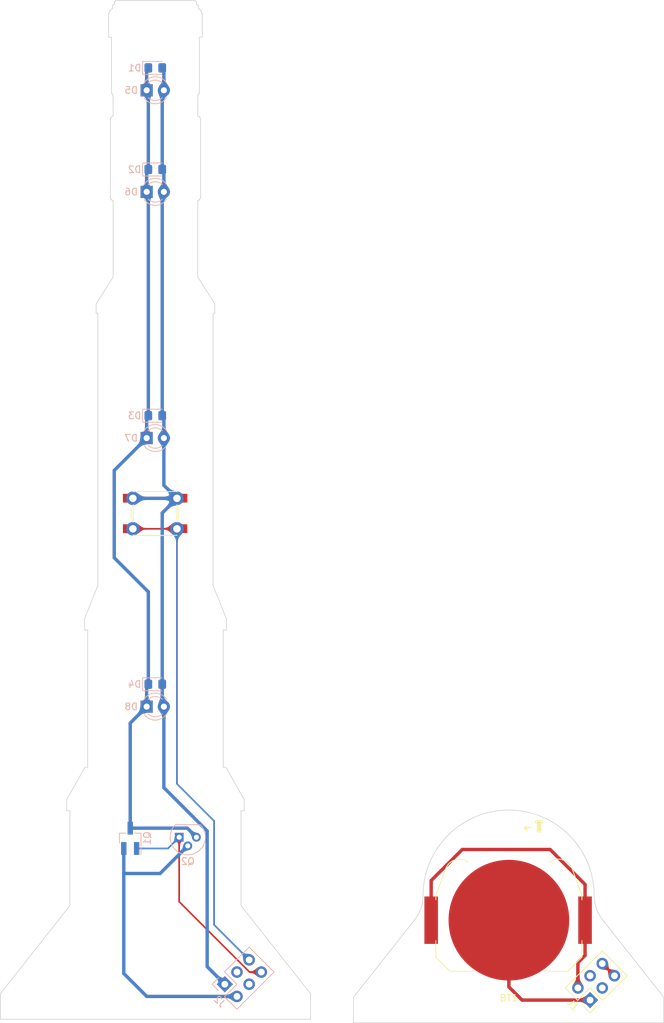
<source format=kicad_pcb>
(kicad_pcb (version 20171130) (host pcbnew "(5.1.10)-1")

  (general
    (thickness 1.6)
    (drawings 236)
    (tracks 72)
    (zones 0)
    (modules 17)
    (nets 12)
  )

  (page A4)
  (layers
    (0 F.Cu signal)
    (31 B.Cu signal)
    (32 B.Adhes user)
    (33 F.Adhes user)
    (34 B.Paste user)
    (35 F.Paste user)
    (36 B.SilkS user)
    (37 F.SilkS user)
    (38 B.Mask user)
    (39 F.Mask user)
    (40 Dwgs.User user)
    (41 Cmts.User user)
    (42 Eco1.User user)
    (43 Eco2.User user)
    (44 Edge.Cuts user)
    (45 Margin user)
    (46 B.CrtYd user)
    (47 F.CrtYd user)
    (48 B.Fab user)
    (49 F.Fab user)
  )

  (setup
    (last_trace_width 0.25)
    (user_trace_width 0.5)
    (trace_clearance 0.2)
    (zone_clearance 0.508)
    (zone_45_only no)
    (trace_min 0.2)
    (via_size 0.8)
    (via_drill 0.4)
    (via_min_size 0.4)
    (via_min_drill 0.3)
    (uvia_size 0.3)
    (uvia_drill 0.1)
    (uvias_allowed no)
    (uvia_min_size 0.2)
    (uvia_min_drill 0.1)
    (edge_width 0.05)
    (segment_width 0.2)
    (pcb_text_width 0.3)
    (pcb_text_size 1.5 1.5)
    (mod_edge_width 0.12)
    (mod_text_size 1 1)
    (mod_text_width 0.15)
    (pad_size 2 7)
    (pad_drill 0)
    (pad_to_mask_clearance 0.05)
    (aux_axis_origin 0 0)
    (visible_elements 7FFFFFFF)
    (pcbplotparams
      (layerselection 0x09020_7fffffff)
      (usegerberextensions false)
      (usegerberattributes true)
      (usegerberadvancedattributes true)
      (creategerberjobfile true)
      (excludeedgelayer true)
      (linewidth 0.100000)
      (plotframeref false)
      (viasonmask false)
      (mode 1)
      (useauxorigin false)
      (hpglpennumber 1)
      (hpglpenspeed 20)
      (hpglpendiameter 15.000000)
      (psnegative false)
      (psa4output false)
      (plotreference true)
      (plotvalue true)
      (plotinvisibletext false)
      (padsonsilk false)
      (subtractmaskfromsilk false)
      (outputformat 3)
      (mirror false)
      (drillshape 0)
      (scaleselection 1)
      (outputdirectory "dxf"))
  )

  (net 0 "")
  (net 1 +3V3)
  (net 2 GND)
  (net 3 /VCC)
  (net 4 "Net-(D1-Pad1)")
  (net 5 "Net-(J1-Pad5)")
  (net 6 "Net-(J1-Pad4)")
  (net 7 "Net-(J1-Pad3)")
  (net 8 /IO_high)
  (net 9 "Net-(J2-Pad5)")
  (net 10 "Net-(J2-Pad4)")
  (net 11 "Net-(J2-Pad3)")

  (net_class Default "This is the default net class."
    (clearance 0.2)
    (trace_width 0.25)
    (via_dia 0.8)
    (via_drill 0.4)
    (uvia_dia 0.3)
    (uvia_drill 0.1)
    (add_net +3V3)
    (add_net /IO_high)
    (add_net /VCC)
    (add_net GND)
    (add_net "Net-(D1-Pad1)")
    (add_net "Net-(J1-Pad3)")
    (add_net "Net-(J1-Pad4)")
    (add_net "Net-(J1-Pad5)")
    (add_net "Net-(J2-Pad3)")
    (add_net "Net-(J2-Pad4)")
    (add_net "Net-(J2-Pad5)")
  )

  (module MountingHole:MountingHole_3mm (layer F.Cu) (tedit 56D1B4CB) (tstamp 6147E68E)
    (at 141.34 145.76)
    (descr "Mounting Hole 3mm, no annular")
    (tags "mounting hole 3mm no annular")
    (path /6152DD8A)
    (attr virtual)
    (fp_text reference H1 (at 0 -4) (layer F.SilkS) hide
      (effects (font (size 1 1) (thickness 0.15)))
    )
    (fp_text value MountingHole (at 0 4) (layer F.Fab)
      (effects (font (size 1 1) (thickness 0.15)))
    )
    (fp_circle (center 0 0) (end 3 0) (layer Cmts.User) (width 0.15))
    (fp_circle (center 0 0) (end 3.25 0) (layer F.CrtYd) (width 0.05))
    (fp_text user %R (at 0.3 0) (layer F.Fab)
      (effects (font (size 1 1) (thickness 0.15)))
    )
    (pad 1 np_thru_hole circle (at 0 0) (size 3 3) (drill 3) (layers *.Cu *.Mask))
  )

  (module Button_Switch_SMD:SW_Push_1P1T_NO_6x6mm_H9.5mm (layer F.Cu) (tedit 5CA1CA7F) (tstamp 6147D294)
    (at 89.13 99.26)
    (descr "tactile push button, 6x6mm e.g. PTS645xx series, height=9.5mm")
    (tags "tact sw push 6mm smd")
    (path /6151C8E4)
    (attr smd)
    (fp_text reference SW2 (at 0 -4.05) (layer F.SilkS) hide
      (effects (font (size 1 1) (thickness 0.15)))
    )
    (fp_text value SW_Push (at 0 4.15) (layer F.Fab)
      (effects (font (size 1 1) (thickness 0.15)))
    )
    (fp_line (start -3 -3) (end -3 3) (layer F.Fab) (width 0.1))
    (fp_line (start -3 3) (end 3 3) (layer F.Fab) (width 0.1))
    (fp_line (start 3 3) (end 3 -3) (layer F.Fab) (width 0.1))
    (fp_line (start 3 -3) (end -3 -3) (layer F.Fab) (width 0.1))
    (fp_line (start 5 3.25) (end 5 -3.25) (layer F.CrtYd) (width 0.05))
    (fp_line (start -5 -3.25) (end -5 3.25) (layer F.CrtYd) (width 0.05))
    (fp_line (start -5 3.25) (end 5 3.25) (layer F.CrtYd) (width 0.05))
    (fp_line (start -5 -3.25) (end 5 -3.25) (layer F.CrtYd) (width 0.05))
    (fp_line (start 3.23 -3.23) (end 3.23 -3.2) (layer F.SilkS) (width 0.12))
    (fp_line (start 3.23 3.23) (end 3.23 3.2) (layer F.SilkS) (width 0.12))
    (fp_line (start -3.23 3.23) (end -3.23 3.2) (layer F.SilkS) (width 0.12))
    (fp_line (start -3.23 -3.2) (end -3.23 -3.23) (layer F.SilkS) (width 0.12))
    (fp_line (start 3.23 -1.3) (end 3.23 1.3) (layer F.SilkS) (width 0.12))
    (fp_line (start -3.23 -3.23) (end 3.23 -3.23) (layer F.SilkS) (width 0.12))
    (fp_line (start -3.23 -1.3) (end -3.23 1.3) (layer F.SilkS) (width 0.12))
    (fp_line (start -3.23 3.23) (end 3.23 3.23) (layer F.SilkS) (width 0.12))
    (fp_circle (center 0 0) (end 1.75 -0.05) (layer F.Fab) (width 0.1))
    (fp_text user %R (at 0 -4.05) (layer F.Fab)
      (effects (font (size 1 1) (thickness 0.15)))
    )
    (pad 2 smd rect (at 3.975 2.25) (size 1.55 1.3) (layers F.Cu F.Paste F.Mask)
      (net 9 "Net-(J2-Pad5)"))
    (pad 1 smd rect (at 3.975 -2.25) (size 1.55 1.3) (layers F.Cu F.Paste F.Mask)
      (net 3 /VCC))
    (pad 1 smd rect (at -3.975 -2.25) (size 1.55 1.3) (layers F.Cu F.Paste F.Mask)
      (net 3 /VCC))
    (pad 2 smd rect (at -3.975 2.25) (size 1.55 1.3) (layers F.Cu F.Paste F.Mask)
      (net 9 "Net-(J2-Pad5)"))
    (model ${KISYS3DMOD}/Button_Switch_SMD.3dshapes/SW_PUSH_6mm_H9.5mm.wrl
      (at (xyz 0 0 0))
      (scale (xyz 1 1 1))
      (rotate (xyz 0 0 0))
    )
  )

  (module Package_TO_SOT_THT:TO-92 (layer B.Cu) (tedit 5A279852) (tstamp 6147C2C6)
    (at 92.68 147.03)
    (descr "TO-92 leads molded, narrow, drill 0.75mm (see NXP sot054_po.pdf)")
    (tags "to-92 sc-43 sc-43a sot54 PA33 transistor")
    (path /614D36A4)
    (fp_text reference Q2 (at 1.27 3.56) (layer B.SilkS)
      (effects (font (size 1 1) (thickness 0.15)) (justify mirror))
    )
    (fp_text value 2N7002 (at 1.27 -2.79) (layer B.Fab)
      (effects (font (size 1 1) (thickness 0.15)) (justify mirror))
    )
    (fp_line (start -0.53 -1.85) (end 3.07 -1.85) (layer B.SilkS) (width 0.12))
    (fp_line (start -0.5 -1.75) (end 3 -1.75) (layer B.Fab) (width 0.1))
    (fp_line (start -1.46 2.73) (end 4 2.73) (layer B.CrtYd) (width 0.05))
    (fp_line (start -1.46 2.73) (end -1.46 -2.01) (layer B.CrtYd) (width 0.05))
    (fp_line (start 4 -2.01) (end 4 2.73) (layer B.CrtYd) (width 0.05))
    (fp_line (start 4 -2.01) (end -1.46 -2.01) (layer B.CrtYd) (width 0.05))
    (fp_arc (start 1.27 0) (end 1.27 2.6) (angle -135) (layer B.SilkS) (width 0.12))
    (fp_arc (start 1.27 0) (end 1.27 2.48) (angle 135) (layer B.Fab) (width 0.1))
    (fp_arc (start 1.27 0) (end 1.27 2.6) (angle 135) (layer B.SilkS) (width 0.12))
    (fp_arc (start 1.27 0) (end 1.27 2.48) (angle -135) (layer B.Fab) (width 0.1))
    (fp_text user %R (at 1.27 0) (layer B.Fab)
      (effects (font (size 1 1) (thickness 0.15)) (justify mirror))
    )
    (pad 1 thru_hole rect (at 0 0) (size 1.3 1.3) (drill 0.75) (layers *.Cu *.Mask)
      (net 8 /IO_high))
    (pad 3 thru_hole circle (at 2.54 0) (size 1.3 1.3) (drill 0.75) (layers *.Cu *.Mask)
      (net 4 "Net-(D1-Pad1)"))
    (pad 2 thru_hole circle (at 1.27 1.27) (size 1.3 1.3) (drill 0.75) (layers *.Cu *.Mask)
      (net 2 GND))
    (model ${KISYS3DMOD}/Package_TO_SOT_THT.3dshapes/TO-92.wrl
      (at (xyz 0 0 0))
      (scale (xyz 1 1 1))
      (rotate (xyz 0 0 0))
    )
  )

  (module Package_TO_SOT_SMD:SOT-23_Handsoldering (layer B.Cu) (tedit 5A0AB76C) (tstamp 6147B249)
    (at 85.46 147.19 90)
    (descr "SOT-23, Handsoldering")
    (tags SOT-23)
    (path /6143C958)
    (attr smd)
    (fp_text reference Q1 (at 0 2.5 270) (layer B.SilkS)
      (effects (font (size 1 1) (thickness 0.15)) (justify mirror))
    )
    (fp_text value 2N7002 (at 0 -2.5 270) (layer B.Fab)
      (effects (font (size 1 1) (thickness 0.15)) (justify mirror))
    )
    (fp_line (start 0.76 -1.58) (end 0.76 -0.65) (layer B.SilkS) (width 0.12))
    (fp_line (start 0.76 1.58) (end 0.76 0.65) (layer B.SilkS) (width 0.12))
    (fp_line (start -2.7 1.75) (end 2.7 1.75) (layer B.CrtYd) (width 0.05))
    (fp_line (start 2.7 1.75) (end 2.7 -1.75) (layer B.CrtYd) (width 0.05))
    (fp_line (start 2.7 -1.75) (end -2.7 -1.75) (layer B.CrtYd) (width 0.05))
    (fp_line (start -2.7 -1.75) (end -2.7 1.75) (layer B.CrtYd) (width 0.05))
    (fp_line (start 0.76 1.58) (end -2.4 1.58) (layer B.SilkS) (width 0.12))
    (fp_line (start -0.7 0.95) (end -0.7 -1.5) (layer B.Fab) (width 0.1))
    (fp_line (start -0.15 1.52) (end 0.7 1.52) (layer B.Fab) (width 0.1))
    (fp_line (start -0.7 0.95) (end -0.15 1.52) (layer B.Fab) (width 0.1))
    (fp_line (start 0.7 1.52) (end 0.7 -1.52) (layer B.Fab) (width 0.1))
    (fp_line (start -0.7 -1.52) (end 0.7 -1.52) (layer B.Fab) (width 0.1))
    (fp_line (start 0.76 -1.58) (end -0.7 -1.58) (layer B.SilkS) (width 0.12))
    (fp_text user %R (at 0 0) (layer B.Fab)
      (effects (font (size 0.5 0.5) (thickness 0.075)) (justify mirror))
    )
    (pad 3 smd rect (at 1.5 0 90) (size 1.9 0.8) (layers B.Cu B.Paste B.Mask)
      (net 4 "Net-(D1-Pad1)"))
    (pad 2 smd rect (at -1.5 -0.95 90) (size 1.9 0.8) (layers B.Cu B.Paste B.Mask)
      (net 2 GND))
    (pad 1 smd rect (at -1.5 0.95 90) (size 1.9 0.8) (layers B.Cu B.Paste B.Mask)
      (net 8 /IO_high))
    (model ${KISYS3DMOD}/Package_TO_SOT_SMD.3dshapes/SOT-23.wrl
      (at (xyz 0 0 0))
      (scale (xyz 1 1 1))
      (rotate (xyz 0 0 0))
    )
  )

  (module LED_THT:LED_D3.0mm (layer B.Cu) (tedit 587A3A7B) (tstamp 6147C234)
    (at 87.884 127.762)
    (descr "LED, diameter 3.0mm, 2 pins")
    (tags "LED diameter 3.0mm 2 pins")
    (path /614BF9CA)
    (fp_text reference D8 (at -2.286 0) (layer B.SilkS)
      (effects (font (size 1 1) (thickness 0.15)) (justify mirror))
    )
    (fp_text value LED (at 5.08 0) (layer B.Fab)
      (effects (font (size 1 1) (thickness 0.15)) (justify mirror))
    )
    (fp_circle (center 1.27 0) (end 2.77 0) (layer B.Fab) (width 0.1))
    (fp_line (start -0.23 1.16619) (end -0.23 -1.16619) (layer B.Fab) (width 0.1))
    (fp_line (start -0.29 1.236) (end -0.29 1.08) (layer B.SilkS) (width 0.12))
    (fp_line (start -0.29 -1.08) (end -0.29 -1.236) (layer B.SilkS) (width 0.12))
    (fp_line (start -1.15 2.25) (end -1.15 -2.25) (layer B.CrtYd) (width 0.05))
    (fp_line (start -1.15 -2.25) (end 3.7 -2.25) (layer B.CrtYd) (width 0.05))
    (fp_line (start 3.7 -2.25) (end 3.7 2.25) (layer B.CrtYd) (width 0.05))
    (fp_line (start 3.7 2.25) (end -1.15 2.25) (layer B.CrtYd) (width 0.05))
    (fp_arc (start 1.27 0) (end 0.229039 -1.08) (angle 87.9) (layer B.SilkS) (width 0.12))
    (fp_arc (start 1.27 0) (end 0.229039 1.08) (angle -87.9) (layer B.SilkS) (width 0.12))
    (fp_arc (start 1.27 0) (end -0.29 -1.235516) (angle 108.8) (layer B.SilkS) (width 0.12))
    (fp_arc (start 1.27 0) (end -0.29 1.235516) (angle -108.8) (layer B.SilkS) (width 0.12))
    (fp_arc (start 1.27 0) (end -0.23 1.16619) (angle -284.3) (layer B.Fab) (width 0.1))
    (pad 2 thru_hole circle (at 2.54 0) (size 1.8 1.8) (drill 0.9) (layers *.Cu *.Mask)
      (net 3 /VCC))
    (pad 1 thru_hole rect (at 0 0) (size 1.8 1.8) (drill 0.9) (layers *.Cu *.Mask)
      (net 4 "Net-(D1-Pad1)"))
    (model ${KISYS3DMOD}/LED_THT.3dshapes/LED_D3.0mm.wrl
      (at (xyz 0 0 0))
      (scale (xyz 1 1 1))
      (rotate (xyz 0 0 0))
    )
  )

  (module LED_THT:LED_D3.0mm (layer B.Cu) (tedit 587A3A7B) (tstamp 6147C221)
    (at 87.884 88.138)
    (descr "LED, diameter 3.0mm, 2 pins")
    (tags "LED diameter 3.0mm 2 pins")
    (path /614BF9B2)
    (fp_text reference D7 (at -2.286 0) (layer B.SilkS)
      (effects (font (size 1 1) (thickness 0.15)) (justify mirror))
    )
    (fp_text value LED (at 5.08 0) (layer B.Fab)
      (effects (font (size 1 1) (thickness 0.15)) (justify mirror))
    )
    (fp_circle (center 1.27 0) (end 2.77 0) (layer B.Fab) (width 0.1))
    (fp_line (start -0.23 1.16619) (end -0.23 -1.16619) (layer B.Fab) (width 0.1))
    (fp_line (start -0.29 1.236) (end -0.29 1.08) (layer B.SilkS) (width 0.12))
    (fp_line (start -0.29 -1.08) (end -0.29 -1.236) (layer B.SilkS) (width 0.12))
    (fp_line (start -1.15 2.25) (end -1.15 -2.25) (layer B.CrtYd) (width 0.05))
    (fp_line (start -1.15 -2.25) (end 3.7 -2.25) (layer B.CrtYd) (width 0.05))
    (fp_line (start 3.7 -2.25) (end 3.7 2.25) (layer B.CrtYd) (width 0.05))
    (fp_line (start 3.7 2.25) (end -1.15 2.25) (layer B.CrtYd) (width 0.05))
    (fp_arc (start 1.27 0) (end 0.229039 -1.08) (angle 87.9) (layer B.SilkS) (width 0.12))
    (fp_arc (start 1.27 0) (end 0.229039 1.08) (angle -87.9) (layer B.SilkS) (width 0.12))
    (fp_arc (start 1.27 0) (end -0.29 -1.235516) (angle 108.8) (layer B.SilkS) (width 0.12))
    (fp_arc (start 1.27 0) (end -0.29 1.235516) (angle -108.8) (layer B.SilkS) (width 0.12))
    (fp_arc (start 1.27 0) (end -0.23 1.16619) (angle -284.3) (layer B.Fab) (width 0.1))
    (pad 2 thru_hole circle (at 2.54 0) (size 1.8 1.8) (drill 0.9) (layers *.Cu *.Mask)
      (net 3 /VCC))
    (pad 1 thru_hole rect (at 0 0) (size 1.8 1.8) (drill 0.9) (layers *.Cu *.Mask)
      (net 4 "Net-(D1-Pad1)"))
    (model ${KISYS3DMOD}/LED_THT.3dshapes/LED_D3.0mm.wrl
      (at (xyz 0 0 0))
      (scale (xyz 1 1 1))
      (rotate (xyz 0 0 0))
    )
  )

  (module LED_THT:LED_D3.0mm (layer B.Cu) (tedit 587A3A7B) (tstamp 6147C20E)
    (at 87.884 51.816)
    (descr "LED, diameter 3.0mm, 2 pins")
    (tags "LED diameter 3.0mm 2 pins")
    (path /614BF9A8)
    (fp_text reference D6 (at -2.286 0) (layer B.SilkS)
      (effects (font (size 1 1) (thickness 0.15)) (justify mirror))
    )
    (fp_text value LED (at 5.08 0) (layer B.Fab)
      (effects (font (size 1 1) (thickness 0.15)) (justify mirror))
    )
    (fp_circle (center 1.27 0) (end 2.77 0) (layer B.Fab) (width 0.1))
    (fp_line (start -0.23 1.16619) (end -0.23 -1.16619) (layer B.Fab) (width 0.1))
    (fp_line (start -0.29 1.236) (end -0.29 1.08) (layer B.SilkS) (width 0.12))
    (fp_line (start -0.29 -1.08) (end -0.29 -1.236) (layer B.SilkS) (width 0.12))
    (fp_line (start -1.15 2.25) (end -1.15 -2.25) (layer B.CrtYd) (width 0.05))
    (fp_line (start -1.15 -2.25) (end 3.7 -2.25) (layer B.CrtYd) (width 0.05))
    (fp_line (start 3.7 -2.25) (end 3.7 2.25) (layer B.CrtYd) (width 0.05))
    (fp_line (start 3.7 2.25) (end -1.15 2.25) (layer B.CrtYd) (width 0.05))
    (fp_arc (start 1.27 0) (end 0.229039 -1.08) (angle 87.9) (layer B.SilkS) (width 0.12))
    (fp_arc (start 1.27 0) (end 0.229039 1.08) (angle -87.9) (layer B.SilkS) (width 0.12))
    (fp_arc (start 1.27 0) (end -0.29 -1.235516) (angle 108.8) (layer B.SilkS) (width 0.12))
    (fp_arc (start 1.27 0) (end -0.29 1.235516) (angle -108.8) (layer B.SilkS) (width 0.12))
    (fp_arc (start 1.27 0) (end -0.23 1.16619) (angle -284.3) (layer B.Fab) (width 0.1))
    (pad 2 thru_hole circle (at 2.54 0) (size 1.8 1.8) (drill 0.9) (layers *.Cu *.Mask)
      (net 3 /VCC))
    (pad 1 thru_hole rect (at 0 0) (size 1.8 1.8) (drill 0.9) (layers *.Cu *.Mask)
      (net 4 "Net-(D1-Pad1)"))
    (model ${KISYS3DMOD}/LED_THT.3dshapes/LED_D3.0mm.wrl
      (at (xyz 0 0 0))
      (scale (xyz 1 1 1))
      (rotate (xyz 0 0 0))
    )
  )

  (module LED_THT:LED_D3.0mm (layer B.Cu) (tedit 587A3A7B) (tstamp 6147C1FB)
    (at 87.884 36.83)
    (descr "LED, diameter 3.0mm, 2 pins")
    (tags "LED diameter 3.0mm 2 pins")
    (path /614BF7B6)
    (fp_text reference D5 (at -2.286 0) (layer B.SilkS)
      (effects (font (size 1 1) (thickness 0.15)) (justify mirror))
    )
    (fp_text value LED (at 5.08 0) (layer B.Fab)
      (effects (font (size 1 1) (thickness 0.15)) (justify mirror))
    )
    (fp_circle (center 1.27 0) (end 2.77 0) (layer B.Fab) (width 0.1))
    (fp_line (start -0.23 1.16619) (end -0.23 -1.16619) (layer B.Fab) (width 0.1))
    (fp_line (start -0.29 1.236) (end -0.29 1.08) (layer B.SilkS) (width 0.12))
    (fp_line (start -0.29 -1.08) (end -0.29 -1.236) (layer B.SilkS) (width 0.12))
    (fp_line (start -1.15 2.25) (end -1.15 -2.25) (layer B.CrtYd) (width 0.05))
    (fp_line (start -1.15 -2.25) (end 3.7 -2.25) (layer B.CrtYd) (width 0.05))
    (fp_line (start 3.7 -2.25) (end 3.7 2.25) (layer B.CrtYd) (width 0.05))
    (fp_line (start 3.7 2.25) (end -1.15 2.25) (layer B.CrtYd) (width 0.05))
    (fp_arc (start 1.27 0) (end 0.229039 -1.08) (angle 87.9) (layer B.SilkS) (width 0.12))
    (fp_arc (start 1.27 0) (end 0.229039 1.08) (angle -87.9) (layer B.SilkS) (width 0.12))
    (fp_arc (start 1.27 0) (end -0.29 -1.235516) (angle 108.8) (layer B.SilkS) (width 0.12))
    (fp_arc (start 1.27 0) (end -0.29 1.235516) (angle -108.8) (layer B.SilkS) (width 0.12))
    (fp_arc (start 1.27 0) (end -0.23 1.16619) (angle -284.3) (layer B.Fab) (width 0.1))
    (pad 2 thru_hole circle (at 2.54 0) (size 1.8 1.8) (drill 0.9) (layers *.Cu *.Mask)
      (net 3 /VCC))
    (pad 1 thru_hole rect (at 0 0) (size 1.8 1.8) (drill 0.9) (layers *.Cu *.Mask)
      (net 4 "Net-(D1-Pad1)"))
    (model ${KISYS3DMOD}/LED_THT.3dshapes/LED_D3.0mm.wrl
      (at (xyz 0 0 0))
      (scale (xyz 1 1 1))
      (rotate (xyz 0 0 0))
    )
  )

  (module Button_Switch_THT:SW_PUSH_6mm (layer F.Cu) (tedit 5A02FE31) (tstamp 6147B268)
    (at 85.852 97.028)
    (descr https://www.omron.com/ecb/products/pdf/en-b3f.pdf)
    (tags "tact sw push 6mm")
    (path /614345B3)
    (fp_text reference SW1 (at 3.25 -2) (layer F.SilkS) hide
      (effects (font (size 1 1) (thickness 0.15)))
    )
    (fp_text value SW_Push (at 3.75 6.7) (layer F.Fab)
      (effects (font (size 1 1) (thickness 0.15)))
    )
    (fp_line (start 3.25 -0.75) (end 6.25 -0.75) (layer F.Fab) (width 0.1))
    (fp_line (start 6.25 -0.75) (end 6.25 5.25) (layer F.Fab) (width 0.1))
    (fp_line (start 6.25 5.25) (end 0.25 5.25) (layer F.Fab) (width 0.1))
    (fp_line (start 0.25 5.25) (end 0.25 -0.75) (layer F.Fab) (width 0.1))
    (fp_line (start 0.25 -0.75) (end 3.25 -0.75) (layer F.Fab) (width 0.1))
    (fp_line (start 7.75 6) (end 8 6) (layer F.CrtYd) (width 0.05))
    (fp_line (start 8 6) (end 8 5.75) (layer F.CrtYd) (width 0.05))
    (fp_line (start 7.75 -1.5) (end 8 -1.5) (layer F.CrtYd) (width 0.05))
    (fp_line (start 8 -1.5) (end 8 -1.25) (layer F.CrtYd) (width 0.05))
    (fp_line (start -1.5 -1.25) (end -1.5 -1.5) (layer F.CrtYd) (width 0.05))
    (fp_line (start -1.5 -1.5) (end -1.25 -1.5) (layer F.CrtYd) (width 0.05))
    (fp_line (start -1.5 5.75) (end -1.5 6) (layer F.CrtYd) (width 0.05))
    (fp_line (start -1.5 6) (end -1.25 6) (layer F.CrtYd) (width 0.05))
    (fp_line (start -1.25 -1.5) (end 7.75 -1.5) (layer F.CrtYd) (width 0.05))
    (fp_line (start -1.5 5.75) (end -1.5 -1.25) (layer F.CrtYd) (width 0.05))
    (fp_line (start 7.75 6) (end -1.25 6) (layer F.CrtYd) (width 0.05))
    (fp_line (start 8 -1.25) (end 8 5.75) (layer F.CrtYd) (width 0.05))
    (fp_line (start 1 5.5) (end 5.5 5.5) (layer F.SilkS) (width 0.12))
    (fp_line (start -0.25 1.5) (end -0.25 3) (layer F.SilkS) (width 0.12))
    (fp_line (start 5.5 -1) (end 1 -1) (layer F.SilkS) (width 0.12))
    (fp_line (start 6.75 3) (end 6.75 1.5) (layer F.SilkS) (width 0.12))
    (fp_circle (center 3.25 2.25) (end 1.25 2.5) (layer F.Fab) (width 0.1))
    (fp_text user %R (at 3.25 2.25) (layer F.Fab)
      (effects (font (size 1 1) (thickness 0.15)))
    )
    (pad 1 thru_hole circle (at 6.5 0 90) (size 2 2) (drill 1.1) (layers *.Cu *.Mask)
      (net 3 /VCC))
    (pad 2 thru_hole circle (at 6.5 4.5 90) (size 2 2) (drill 1.1) (layers *.Cu *.Mask)
      (net 9 "Net-(J2-Pad5)"))
    (pad 1 thru_hole circle (at 0 0 90) (size 2 2) (drill 1.1) (layers *.Cu *.Mask)
      (net 3 /VCC))
    (pad 2 thru_hole circle (at 0 4.5 90) (size 2 2) (drill 1.1) (layers *.Cu *.Mask)
      (net 9 "Net-(J2-Pad5)"))
    (model ${KISYS3DMOD}/Button_Switch_THT.3dshapes/SW_PUSH_6mm.wrl
      (at (xyz 0 0 0))
      (scale (xyz 1 1 1))
      (rotate (xyz 0 0 0))
    )
  )

  (module Connector_PinHeader_2.54mm:PinHeader_2x03_P2.54mm_Vertical (layer B.Cu) (tedit 59FED5CC) (tstamp 6147B234)
    (at 99.41 168.72 315)
    (descr "Through hole straight pin header, 2x03, 2.54mm pitch, double rows")
    (tags "Through hole pin header THT 2x03 2.54mm double row")
    (path /6147CDEA)
    (fp_text reference J2 (at 1.27 2.33 315) (layer B.SilkS)
      (effects (font (size 1 1) (thickness 0.15)) (justify mirror))
    )
    (fp_text value SAO_F (at 1.27 -7.41 315) (layer B.Fab)
      (effects (font (size 1 1) (thickness 0.15)) (justify mirror))
    )
    (fp_line (start 0 1.27) (end 3.81 1.27) (layer B.Fab) (width 0.1))
    (fp_line (start 3.81 1.27) (end 3.81 -6.35) (layer B.Fab) (width 0.1))
    (fp_line (start 3.81 -6.35) (end -1.27 -6.35) (layer B.Fab) (width 0.1))
    (fp_line (start -1.27 -6.35) (end -1.27 0) (layer B.Fab) (width 0.1))
    (fp_line (start -1.27 0) (end 0 1.27) (layer B.Fab) (width 0.1))
    (fp_line (start -1.33 -6.41) (end 3.87 -6.41) (layer B.SilkS) (width 0.12))
    (fp_line (start -1.33 -1.27) (end -1.33 -6.41) (layer B.SilkS) (width 0.12))
    (fp_line (start 3.87 1.33) (end 3.87 -6.41) (layer B.SilkS) (width 0.12))
    (fp_line (start -1.33 -1.27) (end 1.27 -1.27) (layer B.SilkS) (width 0.12))
    (fp_line (start 1.27 -1.27) (end 1.27 1.33) (layer B.SilkS) (width 0.12))
    (fp_line (start 1.27 1.33) (end 3.87 1.33) (layer B.SilkS) (width 0.12))
    (fp_line (start -1.33 0) (end -1.33 1.33) (layer B.SilkS) (width 0.12))
    (fp_line (start -1.33 1.33) (end 0 1.33) (layer B.SilkS) (width 0.12))
    (fp_line (start -1.8 1.8) (end -1.8 -6.85) (layer B.CrtYd) (width 0.05))
    (fp_line (start -1.8 -6.85) (end 4.35 -6.85) (layer B.CrtYd) (width 0.05))
    (fp_line (start 4.35 -6.85) (end 4.35 1.8) (layer B.CrtYd) (width 0.05))
    (fp_line (start 4.35 1.8) (end -1.8 1.8) (layer B.CrtYd) (width 0.05))
    (fp_text user %R (at 1.27 -2.54 225) (layer B.Fab)
      (effects (font (size 1 1) (thickness 0.15)) (justify mirror))
    )
    (pad 6 thru_hole oval (at 2.54 -5.08 315) (size 1.7 1.7) (drill 1) (layers *.Cu *.Mask)
      (net 8 /IO_high))
    (pad 5 thru_hole oval (at 0 -5.08 315) (size 1.7 1.7) (drill 1) (layers *.Cu *.Mask)
      (net 9 "Net-(J2-Pad5)"))
    (pad 4 thru_hole oval (at 2.54 -2.54 315) (size 1.7 1.7) (drill 1) (layers *.Cu *.Mask)
      (net 10 "Net-(J2-Pad4)"))
    (pad 3 thru_hole oval (at 0 -2.54 315) (size 1.7 1.7) (drill 1) (layers *.Cu *.Mask)
      (net 11 "Net-(J2-Pad3)"))
    (pad 2 thru_hole oval (at 2.54 0 315) (size 1.7 1.7) (drill 1) (layers *.Cu *.Mask)
      (net 2 GND))
    (pad 1 thru_hole rect (at 0 0 315) (size 1.7 1.7) (drill 1) (layers *.Cu *.Mask)
      (net 3 /VCC))
    (model ${KISYS3DMOD}/Connector_PinHeader_2.54mm.3dshapes/PinHeader_2x03_P2.54mm_Vertical.wrl
      (at (xyz 0 0 0))
      (scale (xyz 1 1 1))
      (rotate (xyz 0 0 0))
    )
  )

  (module Connector_PinHeader_2.54mm:PinHeader_2x03_P2.54mm_Vertical (layer F.Cu) (tedit 59FED5CC) (tstamp 6147B218)
    (at 153.29 171.06 135)
    (descr "Through hole straight pin header, 2x03, 2.54mm pitch, double rows")
    (tags "Through hole pin header THT 2x03 2.54mm double row")
    (path /61477E21)
    (fp_text reference J1 (at 1.27 -2.33 135) (layer F.SilkS)
      (effects (font (size 1 1) (thickness 0.15)))
    )
    (fp_text value SAO_F (at 1.27 7.41 135) (layer F.Fab)
      (effects (font (size 1 1) (thickness 0.15)))
    )
    (fp_line (start 0 -1.27) (end 3.81 -1.27) (layer F.Fab) (width 0.1))
    (fp_line (start 3.81 -1.27) (end 3.81 6.35) (layer F.Fab) (width 0.1))
    (fp_line (start 3.81 6.35) (end -1.27 6.35) (layer F.Fab) (width 0.1))
    (fp_line (start -1.27 6.35) (end -1.27 0) (layer F.Fab) (width 0.1))
    (fp_line (start -1.27 0) (end 0 -1.27) (layer F.Fab) (width 0.1))
    (fp_line (start -1.33 6.41) (end 3.87 6.41) (layer F.SilkS) (width 0.12))
    (fp_line (start -1.33 1.27) (end -1.33 6.41) (layer F.SilkS) (width 0.12))
    (fp_line (start 3.87 -1.33) (end 3.87 6.41) (layer F.SilkS) (width 0.12))
    (fp_line (start -1.33 1.27) (end 1.27 1.27) (layer F.SilkS) (width 0.12))
    (fp_line (start 1.27 1.27) (end 1.27 -1.33) (layer F.SilkS) (width 0.12))
    (fp_line (start 1.27 -1.33) (end 3.87 -1.33) (layer F.SilkS) (width 0.12))
    (fp_line (start -1.33 0) (end -1.33 -1.33) (layer F.SilkS) (width 0.12))
    (fp_line (start -1.33 -1.33) (end 0 -1.33) (layer F.SilkS) (width 0.12))
    (fp_line (start -1.8 -1.8) (end -1.8 6.85) (layer F.CrtYd) (width 0.05))
    (fp_line (start -1.8 6.85) (end 4.35 6.85) (layer F.CrtYd) (width 0.05))
    (fp_line (start 4.35 6.85) (end 4.35 -1.8) (layer F.CrtYd) (width 0.05))
    (fp_line (start 4.35 -1.8) (end -1.8 -1.8) (layer F.CrtYd) (width 0.05))
    (fp_text user %R (at 1.27 2.54 45) (layer F.Fab)
      (effects (font (size 1 1) (thickness 0.15)))
    )
    (pad 6 thru_hole oval (at 2.54 5.08 135) (size 1.7 1.7) (drill 1) (layers *.Cu *.Mask)
      (net 5 "Net-(J1-Pad5)"))
    (pad 5 thru_hole oval (at 0 5.08 135) (size 1.7 1.7) (drill 1) (layers *.Cu *.Mask)
      (net 5 "Net-(J1-Pad5)"))
    (pad 4 thru_hole oval (at 2.54 2.54 135) (size 1.7 1.7) (drill 1) (layers *.Cu *.Mask)
      (net 6 "Net-(J1-Pad4)"))
    (pad 3 thru_hole oval (at 0 2.54 135) (size 1.7 1.7) (drill 1) (layers *.Cu *.Mask)
      (net 7 "Net-(J1-Pad3)"))
    (pad 2 thru_hole oval (at 2.54 0 135) (size 1.7 1.7) (drill 1) (layers *.Cu *.Mask)
      (net 1 +3V3))
    (pad 1 thru_hole rect (at 0 0 135) (size 1.7 1.7) (drill 1) (layers *.Cu *.Mask)
      (net 2 GND))
    (model ${KISYS3DMOD}/Connector_PinHeader_2.54mm.3dshapes/PinHeader_2x03_P2.54mm_Vertical.wrl
      (at (xyz 0 0 0))
      (scale (xyz 1 1 1))
      (rotate (xyz 0 0 0))
    )
  )

  (module LED_SMD:LED_0805_2012Metric_Pad1.15x1.40mm_HandSolder (layer B.Cu) (tedit 5F68FEF1) (tstamp 6147B1FC)
    (at 89.154 124.46)
    (descr "LED SMD 0805 (2012 Metric), square (rectangular) end terminal, IPC_7351 nominal, (Body size source: https://docs.google.com/spreadsheets/d/1BsfQQcO9C6DZCsRaXUlFlo91Tg2WpOkGARC1WS5S8t0/edit?usp=sharing), generated with kicad-footprint-generator")
    (tags "LED handsolder")
    (path /6149776C)
    (attr smd)
    (fp_text reference D4 (at -3.048 0) (layer B.SilkS)
      (effects (font (size 1 1) (thickness 0.15)) (justify mirror))
    )
    (fp_text value LED (at 3.302 0) (layer B.Fab)
      (effects (font (size 1 1) (thickness 0.15)) (justify mirror))
    )
    (fp_line (start 1 0.6) (end -0.7 0.6) (layer B.Fab) (width 0.1))
    (fp_line (start -0.7 0.6) (end -1 0.3) (layer B.Fab) (width 0.1))
    (fp_line (start -1 0.3) (end -1 -0.6) (layer B.Fab) (width 0.1))
    (fp_line (start -1 -0.6) (end 1 -0.6) (layer B.Fab) (width 0.1))
    (fp_line (start 1 -0.6) (end 1 0.6) (layer B.Fab) (width 0.1))
    (fp_line (start 1 0.96) (end -1.86 0.96) (layer B.SilkS) (width 0.12))
    (fp_line (start -1.86 0.96) (end -1.86 -0.96) (layer B.SilkS) (width 0.12))
    (fp_line (start -1.86 -0.96) (end 1 -0.96) (layer B.SilkS) (width 0.12))
    (fp_line (start -1.85 -0.95) (end -1.85 0.95) (layer B.CrtYd) (width 0.05))
    (fp_line (start -1.85 0.95) (end 1.85 0.95) (layer B.CrtYd) (width 0.05))
    (fp_line (start 1.85 0.95) (end 1.85 -0.95) (layer B.CrtYd) (width 0.05))
    (fp_line (start 1.85 -0.95) (end -1.85 -0.95) (layer B.CrtYd) (width 0.05))
    (fp_text user %R (at 0 0) (layer B.Fab)
      (effects (font (size 0.5 0.5) (thickness 0.08)) (justify mirror))
    )
    (pad 2 smd roundrect (at 1.025 0) (size 1.15 1.4) (layers B.Cu B.Paste B.Mask) (roundrect_rratio 0.217391)
      (net 3 /VCC))
    (pad 1 smd roundrect (at -1.025 0) (size 1.15 1.4) (layers B.Cu B.Paste B.Mask) (roundrect_rratio 0.217391)
      (net 4 "Net-(D1-Pad1)"))
    (model ${KISYS3DMOD}/LED_SMD.3dshapes/LED_0805_2012Metric.wrl
      (at (xyz 0 0 0))
      (scale (xyz 1 1 1))
      (rotate (xyz 0 0 0))
    )
  )

  (module LED_SMD:LED_0805_2012Metric_Pad1.15x1.40mm_HandSolder (layer B.Cu) (tedit 5F68FEF1) (tstamp 6147B1E9)
    (at 89.154 84.836)
    (descr "LED SMD 0805 (2012 Metric), square (rectangular) end terminal, IPC_7351 nominal, (Body size source: https://docs.google.com/spreadsheets/d/1BsfQQcO9C6DZCsRaXUlFlo91Tg2WpOkGARC1WS5S8t0/edit?usp=sharing), generated with kicad-footprint-generator")
    (tags "LED handsolder")
    (path /614397E3)
    (attr smd)
    (fp_text reference D3 (at -3.048 0) (layer B.SilkS)
      (effects (font (size 1 1) (thickness 0.15)) (justify mirror))
    )
    (fp_text value LED (at 3.302 0) (layer B.Fab)
      (effects (font (size 1 1) (thickness 0.15)) (justify mirror))
    )
    (fp_line (start 1 0.6) (end -0.7 0.6) (layer B.Fab) (width 0.1))
    (fp_line (start -0.7 0.6) (end -1 0.3) (layer B.Fab) (width 0.1))
    (fp_line (start -1 0.3) (end -1 -0.6) (layer B.Fab) (width 0.1))
    (fp_line (start -1 -0.6) (end 1 -0.6) (layer B.Fab) (width 0.1))
    (fp_line (start 1 -0.6) (end 1 0.6) (layer B.Fab) (width 0.1))
    (fp_line (start 1 0.96) (end -1.86 0.96) (layer B.SilkS) (width 0.12))
    (fp_line (start -1.86 0.96) (end -1.86 -0.96) (layer B.SilkS) (width 0.12))
    (fp_line (start -1.86 -0.96) (end 1 -0.96) (layer B.SilkS) (width 0.12))
    (fp_line (start -1.85 -0.95) (end -1.85 0.95) (layer B.CrtYd) (width 0.05))
    (fp_line (start -1.85 0.95) (end 1.85 0.95) (layer B.CrtYd) (width 0.05))
    (fp_line (start 1.85 0.95) (end 1.85 -0.95) (layer B.CrtYd) (width 0.05))
    (fp_line (start 1.85 -0.95) (end -1.85 -0.95) (layer B.CrtYd) (width 0.05))
    (fp_text user %R (at 0 0) (layer B.Fab)
      (effects (font (size 0.5 0.5) (thickness 0.08)) (justify mirror))
    )
    (pad 2 smd roundrect (at 1.025 0) (size 1.15 1.4) (layers B.Cu B.Paste B.Mask) (roundrect_rratio 0.217391)
      (net 3 /VCC))
    (pad 1 smd roundrect (at -1.025 0) (size 1.15 1.4) (layers B.Cu B.Paste B.Mask) (roundrect_rratio 0.217391)
      (net 4 "Net-(D1-Pad1)"))
    (model ${KISYS3DMOD}/LED_SMD.3dshapes/LED_0805_2012Metric.wrl
      (at (xyz 0 0 0))
      (scale (xyz 1 1 1))
      (rotate (xyz 0 0 0))
    )
  )

  (module LED_SMD:LED_0805_2012Metric_Pad1.15x1.40mm_HandSolder (layer B.Cu) (tedit 5F68FEF1) (tstamp 6147B1D6)
    (at 89.154 48.514)
    (descr "LED SMD 0805 (2012 Metric), square (rectangular) end terminal, IPC_7351 nominal, (Body size source: https://docs.google.com/spreadsheets/d/1BsfQQcO9C6DZCsRaXUlFlo91Tg2WpOkGARC1WS5S8t0/edit?usp=sharing), generated with kicad-footprint-generator")
    (tags "LED handsolder")
    (path /614395EE)
    (attr smd)
    (fp_text reference D2 (at -3.048 0) (layer B.SilkS)
      (effects (font (size 1 1) (thickness 0.15)) (justify mirror))
    )
    (fp_text value LED (at 3.302 0) (layer B.Fab)
      (effects (font (size 1 1) (thickness 0.15)) (justify mirror))
    )
    (fp_line (start 1 0.6) (end -0.7 0.6) (layer B.Fab) (width 0.1))
    (fp_line (start -0.7 0.6) (end -1 0.3) (layer B.Fab) (width 0.1))
    (fp_line (start -1 0.3) (end -1 -0.6) (layer B.Fab) (width 0.1))
    (fp_line (start -1 -0.6) (end 1 -0.6) (layer B.Fab) (width 0.1))
    (fp_line (start 1 -0.6) (end 1 0.6) (layer B.Fab) (width 0.1))
    (fp_line (start 1 0.96) (end -1.86 0.96) (layer B.SilkS) (width 0.12))
    (fp_line (start -1.86 0.96) (end -1.86 -0.96) (layer B.SilkS) (width 0.12))
    (fp_line (start -1.86 -0.96) (end 1 -0.96) (layer B.SilkS) (width 0.12))
    (fp_line (start -1.85 -0.95) (end -1.85 0.95) (layer B.CrtYd) (width 0.05))
    (fp_line (start -1.85 0.95) (end 1.85 0.95) (layer B.CrtYd) (width 0.05))
    (fp_line (start 1.85 0.95) (end 1.85 -0.95) (layer B.CrtYd) (width 0.05))
    (fp_line (start 1.85 -0.95) (end -1.85 -0.95) (layer B.CrtYd) (width 0.05))
    (fp_text user %R (at 0 0) (layer B.Fab)
      (effects (font (size 0.5 0.5) (thickness 0.08)) (justify mirror))
    )
    (pad 2 smd roundrect (at 1.025 0) (size 1.15 1.4) (layers B.Cu B.Paste B.Mask) (roundrect_rratio 0.217391)
      (net 3 /VCC))
    (pad 1 smd roundrect (at -1.025 0) (size 1.15 1.4) (layers B.Cu B.Paste B.Mask) (roundrect_rratio 0.217391)
      (net 4 "Net-(D1-Pad1)"))
    (model ${KISYS3DMOD}/LED_SMD.3dshapes/LED_0805_2012Metric.wrl
      (at (xyz 0 0 0))
      (scale (xyz 1 1 1))
      (rotate (xyz 0 0 0))
    )
  )

  (module LED_SMD:LED_0805_2012Metric_Pad1.15x1.40mm_HandSolder (layer B.Cu) (tedit 5F68FEF1) (tstamp 6147B1C3)
    (at 89.154 33.528)
    (descr "LED SMD 0805 (2012 Metric), square (rectangular) end terminal, IPC_7351 nominal, (Body size source: https://docs.google.com/spreadsheets/d/1BsfQQcO9C6DZCsRaXUlFlo91Tg2WpOkGARC1WS5S8t0/edit?usp=sharing), generated with kicad-footprint-generator")
    (tags "LED handsolder")
    (path /614321EB)
    (attr smd)
    (fp_text reference D1 (at -3.048 0) (layer B.SilkS)
      (effects (font (size 1 1) (thickness 0.15)) (justify mirror))
    )
    (fp_text value LED (at 3.302 0) (layer B.Fab)
      (effects (font (size 1 1) (thickness 0.15)) (justify mirror))
    )
    (fp_line (start 1 0.6) (end -0.7 0.6) (layer B.Fab) (width 0.1))
    (fp_line (start -0.7 0.6) (end -1 0.3) (layer B.Fab) (width 0.1))
    (fp_line (start -1 0.3) (end -1 -0.6) (layer B.Fab) (width 0.1))
    (fp_line (start -1 -0.6) (end 1 -0.6) (layer B.Fab) (width 0.1))
    (fp_line (start 1 -0.6) (end 1 0.6) (layer B.Fab) (width 0.1))
    (fp_line (start 1 0.96) (end -1.86 0.96) (layer B.SilkS) (width 0.12))
    (fp_line (start -1.86 0.96) (end -1.86 -0.96) (layer B.SilkS) (width 0.12))
    (fp_line (start -1.86 -0.96) (end 1 -0.96) (layer B.SilkS) (width 0.12))
    (fp_line (start -1.85 -0.95) (end -1.85 0.95) (layer B.CrtYd) (width 0.05))
    (fp_line (start -1.85 0.95) (end 1.85 0.95) (layer B.CrtYd) (width 0.05))
    (fp_line (start 1.85 0.95) (end 1.85 -0.95) (layer B.CrtYd) (width 0.05))
    (fp_line (start 1.85 -0.95) (end -1.85 -0.95) (layer B.CrtYd) (width 0.05))
    (fp_text user %R (at 0 0) (layer B.Fab)
      (effects (font (size 0.5 0.5) (thickness 0.08)) (justify mirror))
    )
    (pad 2 smd roundrect (at 1.025 0) (size 1.15 1.4) (layers B.Cu B.Paste B.Mask) (roundrect_rratio 0.217391)
      (net 3 /VCC))
    (pad 1 smd roundrect (at -1.025 0) (size 1.15 1.4) (layers B.Cu B.Paste B.Mask) (roundrect_rratio 0.217391)
      (net 4 "Net-(D1-Pad1)"))
    (model ${KISYS3DMOD}/LED_SMD.3dshapes/LED_0805_2012Metric.wrl
      (at (xyz 0 0 0))
      (scale (xyz 1 1 1))
      (rotate (xyz 0 0 0))
    )
  )

  (module Battery:BatteryHolder_Keystone_3034_1x20mm (layer F.Cu) (tedit 61475B5A) (tstamp 6147EA6C)
    (at 141.314 159.27 180)
    (descr "Keystone 3034 SMD battery holder for 2020, 2025 and 2032 coincell batteries. http://www.keyelco.com/product-pdf.cfm?p=798")
    (tags "Keystone type 3034 coin cell retainer")
    (path /61432868)
    (attr smd)
    (fp_text reference BT1 (at 0 -11.5) (layer F.SilkS)
      (effects (font (size 1 1) (thickness 0.15)))
    )
    (fp_text value CR2032 (at 0 11.5) (layer F.Fab)
      (effects (font (size 1 1) (thickness 0.15)))
    )
    (fp_circle (center 0 0) (end 0 10.25) (layer Dwgs.User) (width 0.15))
    (fp_line (start -10.78 3.63) (end -9.34 7.58) (layer F.SilkS) (width 0.12))
    (fp_line (start -8.7 -7.54) (end -10.78 -5.46) (layer F.SilkS) (width 0.12))
    (fp_line (start -5.2 -7.54) (end -8.7 -7.54) (layer F.SilkS) (width 0.12))
    (fp_line (start 8.7 -7.54) (end 10.78 -5.46) (layer F.SilkS) (width 0.12))
    (fp_line (start 10.78 3.63) (end 9.34 7.58) (layer F.SilkS) (width 0.12))
    (fp_line (start -10.78 -5.46) (end -10.78 -3) (layer F.SilkS) (width 0.12))
    (fp_line (start -10.78 3) (end -10.78 3.63) (layer F.SilkS) (width 0.12))
    (fp_line (start 10.78 -5.46) (end 10.78 -3) (layer F.SilkS) (width 0.12))
    (fp_line (start 10.78 3) (end 10.78 3.63) (layer F.SilkS) (width 0.12))
    (fp_line (start -9.19 7.53) (end -10.63 3.6) (layer F.Fab) (width 0.1))
    (fp_line (start -10.63 3.6) (end -10.63 -5.4) (layer F.Fab) (width 0.1))
    (fp_line (start -10.63 -5.4) (end -8.64 -7.39) (layer F.Fab) (width 0.1))
    (fp_line (start -8.64 -7.39) (end 8.64 -7.39) (layer F.Fab) (width 0.1))
    (fp_line (start 8.64 -7.39) (end 10.63 -5.4) (layer F.Fab) (width 0.1))
    (fp_line (start 10.63 -5.4) (end 10.63 3.6) (layer F.Fab) (width 0.1))
    (fp_line (start 10.63 3.6) (end 9.19 7.53) (layer F.Fab) (width 0.1))
    (fp_line (start 11.87 -2.79) (end 10.88 -2.79) (layer F.CrtYd) (width 0.05))
    (fp_line (start 10.88 -2.79) (end 10.88 -5.5) (layer F.CrtYd) (width 0.05))
    (fp_line (start 10.88 -5.5) (end 8.74 -7.64) (layer F.CrtYd) (width 0.05))
    (fp_line (start 8.74 -7.64) (end 7.2 -7.64) (layer F.CrtYd) (width 0.05))
    (fp_line (start -7.2 -7.64) (end -8.74 -7.64) (layer F.CrtYd) (width 0.05))
    (fp_line (start -8.74 -7.64) (end -10.88 -5.5) (layer F.CrtYd) (width 0.05))
    (fp_line (start -10.88 -5.5) (end -10.88 -2.79) (layer F.CrtYd) (width 0.05))
    (fp_line (start -10.88 -2.79) (end -11.87 -2.79) (layer F.CrtYd) (width 0.05))
    (fp_line (start -11.87 -2.79) (end -11.87 2.79) (layer F.CrtYd) (width 0.05))
    (fp_line (start -11.87 2.79) (end -10.88 2.79) (layer F.CrtYd) (width 0.05))
    (fp_line (start -10.88 2.79) (end -10.88 3.64) (layer F.CrtYd) (width 0.05))
    (fp_line (start -10.88 3.64) (end -9.44 7.62) (layer F.CrtYd) (width 0.05))
    (fp_line (start 9.43 7.63) (end 10.88 3.64) (layer F.CrtYd) (width 0.05))
    (fp_line (start 10.88 3.64) (end 10.88 2.79) (layer F.CrtYd) (width 0.05))
    (fp_line (start 10.88 2.79) (end 11.87 2.79) (layer F.CrtYd) (width 0.05))
    (fp_line (start 11.87 2.79) (end 11.87 -2.79) (layer F.CrtYd) (width 0.05))
    (fp_line (start 8.7 -7.54) (end 5.2 -7.54) (layer F.SilkS) (width 0.12))
    (fp_arc (start 7.31 6.85) (end 5.96 8.64) (angle -106.9) (layer F.CrtYd) (width 0.05))
    (fp_arc (start 0 0) (end -5.96 8.64) (angle -69.1) (layer F.CrtYd) (width 0.05))
    (fp_arc (start -7.31 6.85) (end -9.43 7.62) (angle -106.9) (layer F.CrtYd) (width 0.05))
    (fp_arc (start 0 0) (end 7.2 -7.64) (angle -86.6) (layer F.CrtYd) (width 0.05))
    (fp_arc (start -7.31 6.85) (end -9.19 7.53) (angle -107.5) (layer F.Fab) (width 0.1))
    (fp_arc (start 0 16.36) (end 6.1 8.43) (angle -75.1) (layer F.Fab) (width 0.1))
    (fp_arc (start 7.31 6.85) (end 6.1 8.43) (angle -107.5) (layer F.Fab) (width 0.1))
    (fp_arc (start 7.31 6.85) (end 6 8.55) (angle -107.5) (layer F.SilkS) (width 0.12))
    (fp_arc (start -7.31 6.85) (end -9.34 7.58) (angle -107.5) (layer F.SilkS) (width 0.12))
    (fp_text user %R (at 0 -2.9) (layer F.Fab)
      (effects (font (size 1 1) (thickness 0.15)))
    )
    (pad 1 smd rect (at -11.236 0 180) (size 2 7) (layers F.Cu F.Paste F.Mask)
      (net 1 +3V3))
    (pad 1 smd rect (at 11.464 0 180) (size 2 7) (layers F.Cu F.Paste F.Mask)
      (net 1 +3V3))
    (pad 2 smd circle (at 0 0 180) (size 17.8 17.8) (layers F.Cu F.Mask)
      (net 2 GND))
    (model ${KISYS3DMOD}/Battery.3dshapes/BatteryHolder_Keystone_3034_1x20mm.wrl
      (at (xyz 0 0 0))
      (scale (xyz 1 1 1))
      (rotate (xyz 0 0 0))
    )
  )

  (module adafruit:TapeBattHolder (layer F.Cu) (tedit 613C10A3) (tstamp 613C110E)
    (at 119.93 151.84)
    (fp_text reference G*** (at 0 0) (layer F.SilkS) hide
      (effects (font (size 1.524 1.524) (thickness 0.3)))
    )
    (fp_text value LOGO (at 0.75 0) (layer F.SilkS) hide
      (effects (font (size 1.524 1.524) (thickness 0.3)))
    )
    (fp_poly (pts (xy 26.033075 -7.321422) (xy 26.192022 -7.303266) (xy 26.290693 -7.275649) (xy 26.362715 -7.221546)
      (xy 26.392502 -7.137146) (xy 26.396527 -7.054023) (xy 26.387386 -6.93876) (xy 26.346072 -6.872089)
      (xy 26.259859 -6.82244) (xy 26.152902 -6.747521) (xy 26.122276 -6.66369) (xy 26.137492 -6.589372)
      (xy 26.163693 -6.56844) (xy 26.20125 -6.534152) (xy 26.206027 -6.50494) (xy 26.183168 -6.448604)
      (xy 26.163693 -6.44144) (xy 26.13187 -6.405212) (xy 26.12136 -6.335607) (xy 26.135851 -6.256049)
      (xy 26.163693 -6.229773) (xy 26.20125 -6.195485) (xy 26.206027 -6.166273) (xy 26.183168 -6.109938)
      (xy 26.163693 -6.102773) (xy 26.129298 -6.067317) (xy 26.12136 -6.018107) (xy 26.14783 -5.949155)
      (xy 26.18486 -5.93344) (xy 26.240984 -5.899554) (xy 26.24836 -5.86994) (xy 26.214473 -5.813816)
      (xy 26.18486 -5.80644) (xy 26.137894 -5.77431) (xy 26.121475 -5.671768) (xy 26.12136 -5.658273)
      (xy 26.12136 -5.510107) (xy 25.571027 -5.510107) (xy 25.571027 -5.658273) (xy 25.557257 -5.76786)
      (xy 25.51331 -5.806172) (xy 25.507527 -5.80644) (xy 25.451402 -5.840327) (xy 25.444027 -5.86994)
      (xy 25.477913 -5.926064) (xy 25.507527 -5.93344) (xy 25.559241 -5.968733) (xy 25.571027 -6.018107)
      (xy 25.544557 -6.087059) (xy 25.507527 -6.102773) (xy 25.451402 -6.13666) (xy 25.444027 -6.166273)
      (xy 25.477913 -6.222398) (xy 25.507527 -6.229773) (xy 25.558598 -6.266574) (xy 25.571027 -6.335607)
      (xy 25.548946 -6.420726) (xy 25.507527 -6.44144) (xy 25.451402 -6.475327) (xy 25.444027 -6.50494)
      (xy 25.477913 -6.561064) (xy 25.507527 -6.56844) (xy 25.55871 -6.605054) (xy 25.571027 -6.67091)
      (xy 25.550692 -6.750508) (xy 25.474687 -6.793504) (xy 25.441315 -6.801869) (xy 25.321559 -6.863129)
      (xy 25.25333 -6.966857) (xy 25.239735 -7.088176) (xy 25.28388 -7.202209) (xy 25.381503 -7.280849)
      (xy 25.491004 -7.308291) (xy 25.654686 -7.324094) (xy 25.84467 -7.328418) (xy 26.033075 -7.321422)) (layer F.SilkS) (width 0.01))
    (fp_poly (pts (xy 24.085701 -6.541483) (xy 24.101904 -6.529131) (xy 24.120049 -6.483693) (xy 24.082983 -6.423835)
      (xy 24.006292 -6.353292) (xy 23.859725 -6.229773) (xy 23.970771 -6.229773) (xy 24.069269 -6.24226)
      (xy 24.213838 -6.274737) (xy 24.34867 -6.312828) (xy 24.515524 -6.356785) (xy 24.618569 -6.361409)
      (xy 24.669772 -6.325131) (xy 24.681378 -6.269255) (xy 24.644298 -6.244184) (xy 24.547031 -6.206937)
      (xy 24.411888 -6.164378) (xy 24.261181 -6.123371) (xy 24.117219 -6.090779) (xy 24.077438 -6.083455)
      (xy 23.91735 -6.056102) (xy 24.006032 -5.93156) (xy 24.060769 -5.826207) (xy 24.06221 -5.750292)
      (xy 24.011332 -5.721773) (xy 23.96891 -5.749852) (xy 23.884713 -5.824112) (xy 23.775531 -5.929586)
      (xy 23.754777 -5.950472) (xy 23.649875 -6.064064) (xy 23.577494 -6.156858) (xy 23.550748 -6.211666)
      (xy 23.551918 -6.216383) (xy 23.596389 -6.257813) (xy 23.690724 -6.330468) (xy 23.812932 -6.417524)
      (xy 23.947662 -6.504822) (xy 24.033273 -6.54409) (xy 24.085701 -6.541483)) (layer F.SilkS) (width 0.01))
  )

  (gr_line (start 127.416563 159.211951) (end 118.395617 170.642001) (layer Edge.Cuts) (width 0.1))
  (gr_arc (start 122.893233 155.642001) (end 127.416563 159.211951) (angle -38.28158812) (layer Edge.Cuts) (width 0.1))
  (gr_line (start 155.13467 159.211951) (end 164.155617 170.642001) (layer Edge.Cuts) (width 0.1))
  (gr_line (start 164.155617 174.412) (end 118.395617 174.412) (layer Edge.Cuts) (width 0.1))
  (gr_line (start 118.395617 170.642001) (end 118.395617 174.412) (layer Edge.Cuts) (width 0.1))
  (gr_line (start 164.155617 170.642001) (end 164.155617 174.412) (layer Edge.Cuts) (width 0.1))
  (gr_arc (start 141.275617 155.642) (end 153.895617 155.642) (angle -180) (layer Edge.Cuts) (width 0.1))
  (gr_arc (start 159.658 155.642) (end 153.895617 155.642) (angle -38.28158812) (layer Edge.Cuts) (width 0.1))
  (gr_line (start 102.2765 143.116225) (end 101.8015 143.116225) (layer Edge.Cuts) (width 0.1) (tstamp 6142056E))
  (gr_line (start 101.8015 157.121) (end 112.0615 170.121) (layer Edge.Cuts) (width 0.1) (tstamp 61420571))
  (gr_line (start 112.0615 170.121) (end 112.0615 173.891) (layer Edge.Cuts) (width 0.1) (tstamp 61420586))
  (gr_line (start 99.579999 136.708225) (end 99.179999 136.708225) (layer Edge.Cuts) (width 0.1) (tstamp 61420595))
  (gr_line (start 97.686999 69.7366) (end 97.686999 110.041) (layer Edge.Cuts) (width 0.1) (tstamp 61420598))
  (gr_line (start 66.3015 170.121) (end 66.3015 173.891) (layer Edge.Cuts) (width 0.1) (tstamp 6142059B))
  (gr_line (start 99.179999 116.449) (end 99.179999 136.708225) (layer Edge.Cuts) (width 0.1) (tstamp 614205A1))
  (gr_line (start 99.654999 114.825) (end 99.654999 116.449) (layer Edge.Cuts) (width 0.1) (tstamp 614205A4))
  (gr_line (start 97.686999 110.041) (end 97.734999 110.041) (layer Edge.Cuts) (width 0.1) (tstamp 614205AD))
  (gr_line (start 76.5615 157.121) (end 66.3015 170.121) (layer Edge.Cuts) (width 0.1) (tstamp 614205B3))
  (gr_line (start 101.8015 143.116225) (end 101.8015 157.121) (layer Edge.Cuts) (width 0.1) (tstamp 614205B6))
  (gr_line (start 97.927 69.7366) (end 97.686999 69.7366) (layer Edge.Cuts) (width 0.1) (tstamp 614205B9))
  (gr_line (start 95.419999 64.3603) (end 97.927 68.3468) (layer Edge.Cuts) (width 0.1) (tstamp 614205BC))
  (gr_line (start 95.530999 53.0685) (end 95.494999 53.0873) (layer Edge.Cuts) (width 0.1) (tstamp 614205BF))
  (gr_line (start 95.565999 53.0472) (end 95.530999 53.0685) (layer Edge.Cuts) (width 0.1) (tstamp 614205C2))
  (gr_line (start 95.822999 41.0782) (end 95.830999 41.1403) (layer Edge.Cuts) (width 0.1) (tstamp 614205C5))
  (gr_line (start 95.746999 52.8582) (end 95.725 52.8922) (layer Edge.Cuts) (width 0.1) (tstamp 614205C8))
  (gr_line (start 95.824 52.6501) (end 95.810999 52.7095) (layer Edge.Cuts) (width 0.1) (tstamp 614205CB))
  (gr_line (start 95.666 37.1185) (end 95.660999 37.1586) (layer Edge.Cuts) (width 0.1) (tstamp 614205CE))
  (gr_line (start 95.514999 40.6542) (end 95.552 40.6751) (layer Edge.Cuts) (width 0.1) (tstamp 614205D1))
  (gr_line (start 95.660999 37.1586) (end 95.651999 37.1983) (layer Edge.Cuts) (width 0.1) (tstamp 614205D4))
  (gr_line (start 95.651999 37.1983) (end 95.634999 37.2565) (layer Edge.Cuts) (width 0.1) (tstamp 614205D7))
  (gr_line (start 95.523999 37.448) (end 95.497 37.4777) (layer Edge.Cuts) (width 0.1) (tstamp 614205DA))
  (gr_line (start 95.665 40.7669) (end 95.705999 40.8141) (layer Edge.Cuts) (width 0.1) (tstamp 614205DD))
  (gr_line (start 95.634999 37.2565) (end 95.612 37.3126) (layer Edge.Cuts) (width 0.1) (tstamp 614205E0))
  (gr_line (start 95.967 25.2587) (end 95.984999 25.2984) (layer Edge.Cuts) (width 0.1) (tstamp 614205E3))
  (gr_line (start 96.053999 25.5046) (end 96.062999 25.5471) (layer Edge.Cuts) (width 0.1) (tstamp 614205E6))
  (gr_line (start 95.984999 25.2984) (end 96.001999 25.3386) (layer Edge.Cuts) (width 0.1) (tstamp 614205E9))
  (gr_line (start 95.791 52.7673) (end 95.765999 52.8228) (layer Edge.Cuts) (width 0.1) (tstamp 614205EC))
  (gr_line (start 95.602999 40.711) (end 95.634999 40.7379) (layer Edge.Cuts) (width 0.1) (tstamp 614205EF))
  (gr_line (start 95.810999 52.7095) (end 95.791 52.7673) (layer Edge.Cuts) (width 0.1) (tstamp 614205F2))
  (gr_line (start 96.077 25.6329) (end 96.082 25.6762) (layer Edge.Cuts) (width 0.1) (tstamp 614205F5))
  (gr_line (start 95.705999 40.8141) (end 95.729999 40.8478) (layer Edge.Cuts) (width 0.1) (tstamp 614205F8))
  (gr_line (start 96.082 25.6762) (end 96.085999 25.7195) (layer Edge.Cuts) (width 0.1) (tstamp 614205FB))
  (gr_line (start 95.467 37.5055) (end 95.435999 37.5312) (layer Edge.Cuts) (width 0.1) (tstamp 614205FE))
  (gr_line (start 95.478 40.6359) (end 95.514999 40.6542) (layer Edge.Cuts) (width 0.1) (tstamp 61420601))
  (gr_line (start 96.001999 25.3386) (end 96.017 25.3794) (layer Edge.Cuts) (width 0.1) (tstamp 61420604))
  (gr_line (start 95.594 37.3486) (end 95.572999 37.3833) (layer Edge.Cuts) (width 0.1) (tstamp 61420607))
  (gr_line (start 95.828999 52.6098) (end 95.824 52.6501) (layer Edge.Cuts) (width 0.1) (tstamp 6142060A))
  (gr_line (start 96.030999 25.4207) (end 96.042999 25.4624) (layer Edge.Cuts) (width 0.1) (tstamp 6142060D))
  (gr_line (start 95.419999 40.6134) (end 95.478 40.6359) (layer Edge.Cuts) (width 0.1) (tstamp 61420610))
  (gr_line (start 95.761999 40.9014) (end 95.780999 40.9389) (layer Edge.Cuts) (width 0.1) (tstamp 61420613))
  (gr_line (start 95.668999 37.0781) (end 95.666 37.1185) (layer Edge.Cuts) (width 0.1) (tstamp 61420616))
  (gr_line (start 96.088 25.763) (end 96.088 25.8066) (layer Edge.Cuts) (width 0.1) (tstamp 61420619))
  (gr_line (start 97.927 68.3468) (end 97.927 69.7366) (layer Edge.Cuts) (width 0.1) (tstamp 6142061C))
  (gr_line (start 95.832 52.549) (end 95.828999 52.6098) (layer Edge.Cuts) (width 0.1) (tstamp 6142061F))
  (gr_line (start 95.613999 53.011) (end 95.565999 53.0472) (layer Edge.Cuts) (width 0.1) (tstamp 61420622))
  (gr_line (start 95.815 41.0374) (end 95.822999 41.0782) (layer Edge.Cuts) (width 0.1) (tstamp 61420625))
  (gr_line (start 95.549 37.4165) (end 95.523999 37.448) (layer Edge.Cuts) (width 0.1) (tstamp 61420628))
  (gr_line (start 95.668999 29.0042) (end 95.668999 37.0781) (layer Edge.Cuts) (width 0.1) (tstamp 6142062B))
  (gr_line (start 96.071 25.5899) (end 96.077 25.6329) (layer Edge.Cuts) (width 0.1) (tstamp 6142062E))
  (gr_line (start 95.458 53.1037) (end 95.419999 53.1175) (layer Edge.Cuts) (width 0.1) (tstamp 61420631))
  (gr_line (start 95.699999 52.9247) (end 95.673999 52.9554) (layer Edge.Cuts) (width 0.1) (tstamp 61420634))
  (gr_line (start 95.796 40.9776) (end 95.815 41.0374) (layer Edge.Cuts) (width 0.1) (tstamp 61420637))
  (gr_line (start 96.084999 25.8935) (end 96.084999 29.0042) (layer Edge.Cuts) (width 0.1) (tstamp 6142063A))
  (gr_line (start 95.765999 52.8228) (end 95.746999 52.8582) (layer Edge.Cuts) (width 0.1) (tstamp 6142063D))
  (gr_line (start 96.042999 25.4624) (end 96.053999 25.5046) (layer Edge.Cuts) (width 0.1) (tstamp 61420640))
  (gr_line (start 95.830999 41.1403) (end 95.832 41.182) (layer Edge.Cuts) (width 0.1) (tstamp 61420643))
  (gr_line (start 95.497 37.4777) (end 95.467 37.5055) (layer Edge.Cuts) (width 0.1) (tstamp 61420646))
  (gr_line (start 96.062999 25.5471) (end 96.071 25.5899) (layer Edge.Cuts) (width 0.1) (tstamp 61420649))
  (gr_line (start 95.780999 40.9389) (end 95.796 40.9776) (layer Edge.Cuts) (width 0.1) (tstamp 6142064C))
  (gr_line (start 95.435999 37.5312) (end 95.419999 40.6134) (layer Edge.Cuts) (width 0.1) (tstamp 6142064F))
  (gr_line (start 95.552 40.6751) (end 95.602999 40.711) (layer Edge.Cuts) (width 0.1) (tstamp 61420652))
  (gr_line (start 95.725 52.8922) (end 95.699999 52.9247) (layer Edge.Cuts) (width 0.1) (tstamp 61420655))
  (gr_line (start 95.572999 37.3833) (end 95.549 37.4165) (layer Edge.Cuts) (width 0.1) (tstamp 61420658))
  (gr_line (start 95.927 25.1814) (end 95.947999 25.2197) (layer Edge.Cuts) (width 0.1) (tstamp 6142065B))
  (gr_line (start 95.729999 40.8478) (end 95.761999 40.9014) (layer Edge.Cuts) (width 0.1) (tstamp 6142065E))
  (gr_line (start 95.634999 40.7379) (end 95.665 40.7669) (layer Edge.Cuts) (width 0.1) (tstamp 61420661))
  (gr_line (start 95.612 37.3126) (end 95.594 37.3486) (layer Edge.Cuts) (width 0.1) (tstamp 61420664))
  (gr_line (start 96.086999 25.8501) (end 96.084999 25.8935) (layer Edge.Cuts) (width 0.1) (tstamp 61420667))
  (gr_line (start 96.085999 25.7195) (end 96.088 25.763) (layer Edge.Cuts) (width 0.1) (tstamp 6142066A))
  (gr_line (start 95.832 41.182) (end 95.832 52.549) (layer Edge.Cuts) (width 0.1) (tstamp 6142066D))
  (gr_line (start 96.084999 29.0042) (end 95.668999 29.0042) (layer Edge.Cuts) (width 0.1) (tstamp 61420670))
  (gr_line (start 96.088 25.8066) (end 96.086999 25.8501) (layer Edge.Cuts) (width 0.1) (tstamp 61420673))
  (gr_line (start 96.017 25.3794) (end 96.030999 25.4207) (layer Edge.Cuts) (width 0.1) (tstamp 61420676))
  (gr_line (start 95.947999 25.2197) (end 95.967 25.2587) (layer Edge.Cuts) (width 0.1) (tstamp 61420679))
  (gr_line (start 95.904999 25.1438) (end 95.927 25.1814) (layer Edge.Cuts) (width 0.1) (tstamp 6142067C))
  (gr_line (start 95.716999 24.9051) (end 95.746999 24.9363) (layer Edge.Cuts) (width 0.1) (tstamp 6142067F))
  (gr_line (start 95.422999 24.2313) (end 95.454999 24.2631) (layer Edge.Cuts) (width 0.1) (tstamp 61420682))
  (gr_line (start 112.0615 173.891) (end 66.3015 173.891) (layer Edge.Cuts) (width 0.1) (tstamp 61420685))
  (gr_line (start 95.494999 24.3182) (end 95.513999 24.3589) (layer Edge.Cuts) (width 0.1) (tstamp 61420688))
  (gr_line (start 95.454999 24.2631) (end 95.476 24.2896) (layer Edge.Cuts) (width 0.1) (tstamp 6142068B))
  (gr_line (start 82.587 24.968599) (end 82.558 25.001799) (layer Edge.Cuts) (width 0.1) (tstamp 6142068E))
  (gr_line (start 76.5615 143.116225) (end 76.5615 157.121) (layer Edge.Cuts) (width 0.1) (tstamp 61420691))
  (gr_line (start 82.616 24.9363) (end 82.587 24.968599) (layer Edge.Cuts) (width 0.1) (tstamp 61420694))
  (gr_line (start 82.778 24.7913) (end 82.743 24.817999) (layer Edge.Cuts) (width 0.1) (tstamp 61420697))
  (gr_line (start 94.937999 23.5586) (end 83.425 23.5586) (layer Edge.Cuts) (width 0.1) (tstamp 6142069A))
  (gr_line (start 95.162999 23.7095) (end 95.196999 23.7456) (layer Edge.Cuts) (width 0.1) (tstamp 6142069D))
  (gr_line (start 95.881999 25.107) (end 95.904999 25.1438) (layer Edge.Cuts) (width 0.1) (tstamp 614206A0))
  (gr_line (start 95.494999 53.0873) (end 95.458 53.1037) (layer Edge.Cuts) (width 0.1) (tstamp 614206A3))
  (gr_line (start 82.813 24.7658) (end 82.778 24.7913) (layer Edge.Cuts) (width 0.1) (tstamp 614206A6))
  (gr_line (start 95.832 25.036) (end 95.857 25.0711) (layer Edge.Cuts) (width 0.1) (tstamp 614206A9))
  (gr_line (start 95.273 24.1578) (end 95.305999 24.1661) (layer Edge.Cuts) (width 0.1) (tstamp 614206AC))
  (gr_line (start 78.783 136.708225) (end 79.183 136.708225) (layer Edge.Cuts) (width 0.1) (tstamp 614206AF))
  (gr_line (start 95.746999 24.9363) (end 95.775999 24.9686) (layer Edge.Cuts) (width 0.1) (tstamp 614206B2))
  (gr_line (start 95.804999 25.0018) (end 95.832 25.036) (layer Edge.Cuts) (width 0.1) (tstamp 614206B5))
  (gr_line (start 99.654999 116.449) (end 99.179999 116.449) (layer Edge.Cuts) (width 0.1) (tstamp 614206B8))
  (gr_line (start 95.513999 24.3589) (end 95.513999 24.7415) (layer Edge.Cuts) (width 0.1) (tstamp 614206BB))
  (gr_line (start 83.425 23.5586) (end 83.358 23.5911) (layer Edge.Cuts) (width 0.1) (tstamp 614206BE))
  (gr_line (start 95.196999 23.7456) (end 95.227999 23.7839) (layer Edge.Cuts) (width 0.1) (tstamp 614206C1))
  (gr_line (start 76.0865 141.492225) (end 76.0865 143.116225) (layer Edge.Cuts) (width 0.1) (tstamp 614206C4))
  (gr_line (start 83.123 24.152899) (end 83.09 24.157799) (layer Edge.Cuts) (width 0.1) (tstamp 614206C7))
  (gr_line (start 95.227999 23.7839) (end 95.239999 24.1529) (layer Edge.Cuts) (width 0.1) (tstamp 614206CA))
  (gr_line (start 95.126999 23.6759) (end 95.162999 23.7095) (layer Edge.Cuts) (width 0.1) (tstamp 614206CD))
  (gr_line (start 76.0865 143.116225) (end 76.5615 143.116225) (layer Edge.Cuts) (width 0.1) (tstamp 614206D0))
  (gr_line (start 95.419999 53.1175) (end 95.419999 64.3603) (layer Edge.Cuts) (width 0.1) (tstamp 614206D3))
  (gr_line (start 82.908 24.2631) (end 82.887 24.2896) (layer Edge.Cuts) (width 0.1) (tstamp 614206D6))
  (gr_line (start 83.015 24.1824) (end 82.966 24.2105) (layer Edge.Cuts) (width 0.1) (tstamp 614206D9))
  (gr_line (start 95.684999 24.875) (end 95.716999 24.9051) (layer Edge.Cuts) (width 0.1) (tstamp 614206DC))
  (gr_line (start 95.067999 23.6303) (end 95.126999 23.6759) (layer Edge.Cuts) (width 0.1) (tstamp 614206DF))
  (gr_line (start 95.396999 24.2105) (end 95.422999 24.2313) (layer Edge.Cuts) (width 0.1) (tstamp 614206E2))
  (gr_line (start 102.2765 141.492225) (end 99.579999 136.708225) (layer Edge.Cuts) (width 0.1) (tstamp 614206E5))
  (gr_line (start 95.549999 24.7658) (end 95.584999 24.7913) (layer Edge.Cuts) (width 0.1) (tstamp 614206E8))
  (gr_line (start 83.295 23.6303) (end 83.236 23.675899) (layer Edge.Cuts) (width 0.1) (tstamp 614206EB))
  (gr_line (start 83.09 24.157799) (end 83.057 24.166099) (layer Edge.Cuts) (width 0.1) (tstamp 614206EE))
  (gr_line (start 95.652999 24.8459) (end 95.684999 24.875) (layer Edge.Cuts) (width 0.1) (tstamp 614206F1))
  (gr_line (start 95.619999 24.818) (end 95.652999 24.8459) (layer Edge.Cuts) (width 0.1) (tstamp 614206F4))
  (gr_line (start 95.673999 52.9554) (end 95.644999 52.9842) (layer Edge.Cuts) (width 0.1) (tstamp 614206F7))
  (gr_line (start 82.436 25.181399) (end 82.415 25.219699) (layer Edge.Cuts) (width 0.1) (tstamp 614206FA))
  (gr_line (start 95.347999 24.1824) (end 95.396999 24.2105) (layer Edge.Cuts) (width 0.1) (tstamp 614206FD))
  (gr_line (start 95.584999 24.7913) (end 95.619999 24.818) (layer Edge.Cuts) (width 0.1) (tstamp 61420700))
  (gr_line (start 95.239999 24.1529) (end 95.273 24.1578) (layer Edge.Cuts) (width 0.1) (tstamp 61420703))
  (gr_line (start 94.937999 23.5586) (end 95.005 23.5911) (layer Edge.Cuts) (width 0.1) (tstamp 61420706))
  (gr_line (start 83.358 23.5911) (end 83.295 23.6303) (layer Edge.Cuts) (width 0.1) (tstamp 61420709))
  (gr_line (start 95.644999 52.9842) (end 95.613999 53.011) (layer Edge.Cuts) (width 0.1) (tstamp 6142070C))
  (gr_line (start 76.0865 141.492225) (end 78.783 136.708225) (layer Edge.Cuts) (width 0.1) (tstamp 6142070F))
  (gr_line (start 95.857 25.0711) (end 95.881999 25.107) (layer Edge.Cuts) (width 0.1) (tstamp 61420712))
  (gr_line (start 95.305999 24.1661) (end 95.347999 24.1824) (layer Edge.Cuts) (width 0.1) (tstamp 61420715))
  (gr_line (start 83.236 23.675899) (end 83.2 23.7095) (layer Edge.Cuts) (width 0.1) (tstamp 61420718))
  (gr_line (start 102.2765 141.492225) (end 102.2765 143.116225) (layer Edge.Cuts) (width 0.1) (tstamp 6142071B))
  (gr_line (start 95.775999 24.9686) (end 95.804999 25.0018) (layer Edge.Cuts) (width 0.1) (tstamp 6142071E))
  (gr_line (start 97.734999 110.041) (end 99.654999 114.825) (layer Edge.Cuts) (width 0.1) (tstamp 61420721))
  (gr_line (start 82.94 24.2313) (end 82.908 24.2631) (layer Edge.Cuts) (width 0.1) (tstamp 61420724))
  (gr_line (start 83.057 24.166099) (end 83.015 24.1824) (layer Edge.Cuts) (width 0.1) (tstamp 61420727))
  (gr_line (start 95.476 24.2896) (end 95.494999 24.3182) (layer Edge.Cuts) (width 0.1) (tstamp 6142072A))
  (gr_line (start 82.506 25.0711) (end 82.481 25.107) (layer Edge.Cuts) (width 0.1) (tstamp 6142072D))
  (gr_line (start 95.513999 24.7415) (end 95.549999 24.7658) (layer Edge.Cuts) (width 0.1) (tstamp 61420730))
  (gr_line (start 95.005 23.5911) (end 95.067999 23.6303) (layer Edge.Cuts) (width 0.1) (tstamp 61420733))
  (gr_line (start 83.2 23.7095) (end 83.166 23.7456) (layer Edge.Cuts) (width 0.1) (tstamp 61420736))
  (gr_line (start 82.415 25.219699) (end 82.396 25.2587) (layer Edge.Cuts) (width 0.1) (tstamp 61420739))
  (gr_line (start 82.887 24.2896) (end 82.868 24.318199) (layer Edge.Cuts) (width 0.1) (tstamp 6142073C))
  (gr_line (start 82.481 25.107) (end 82.458 25.143799) (layer Edge.Cuts) (width 0.1) (tstamp 6142073F))
  (gr_line (start 82.728 40.7379) (end 82.698 40.7669) (layer Edge.Cuts) (width 0.1) (tstamp 61420742))
  (gr_line (start 82.396 25.2587) (end 82.378 25.2984) (layer Edge.Cuts) (width 0.1) (tstamp 61420745))
  (gr_line (start 82.378 25.2984) (end 82.361 25.338599) (layer Edge.Cuts) (width 0.1) (tstamp 61420748))
  (gr_line (start 82.868 24.318199) (end 82.849 24.3589) (layer Edge.Cuts) (width 0.1) (tstamp 6142074B))
  (gr_line (start 82.79 37.383299) (end 82.814 37.416499) (layer Edge.Cuts) (width 0.1) (tstamp 6142074E))
  (gr_line (start 82.277 25.719499) (end 82.275 25.763) (layer Edge.Cuts) (width 0.1) (tstamp 61420751))
  (gr_line (start 82.814 37.416499) (end 82.839 37.447999) (layer Edge.Cuts) (width 0.1) (tstamp 61420754))
  (gr_line (start 82.678 24.874999) (end 82.646 24.9051) (layer Edge.Cuts) (width 0.1) (tstamp 61420757))
  (gr_line (start 82.292 25.5899) (end 82.286 25.6329) (layer Edge.Cuts) (width 0.1) (tstamp 6142075A))
  (gr_line (start 82.531 25.036) (end 82.506 25.0711) (layer Edge.Cuts) (width 0.1) (tstamp 6142075D))
  (gr_line (start 82.32 25.4624) (end 82.309 25.5046) (layer Edge.Cuts) (width 0.1) (tstamp 61420760))
  (gr_line (start 82.346 25.379399) (end 82.332 25.420699) (layer Edge.Cuts) (width 0.1) (tstamp 61420763))
  (gr_line (start 82.811 40.6751) (end 82.76 40.711) (layer Edge.Cuts) (width 0.1) (tstamp 61420766))
  (gr_line (start 82.361 25.338599) (end 82.346 25.379399) (layer Edge.Cuts) (width 0.1) (tstamp 61420769))
  (gr_line (start 82.646 24.9051) (end 82.616 24.9363) (layer Edge.Cuts) (width 0.1) (tstamp 6142076C))
  (gr_line (start 82.743 24.817999) (end 82.71 24.8459) (layer Edge.Cuts) (width 0.1) (tstamp 6142076F))
  (gr_line (start 82.849 24.3589) (end 82.849 24.7415) (layer Edge.Cuts) (width 0.1) (tstamp 61420772))
  (gr_line (start 83.166 23.7456) (end 83.135 23.7839) (layer Edge.Cuts) (width 0.1) (tstamp 61420775))
  (gr_line (start 82.943 40.613399) (end 82.885 40.6359) (layer Edge.Cuts) (width 0.1) (tstamp 61420778))
  (gr_line (start 80.628 110.041) (end 78.708 114.825) (layer Edge.Cuts) (width 0.1) (tstamp 6142077B))
  (gr_line (start 82.751 37.312599) (end 82.769 37.3486) (layer Edge.Cuts) (width 0.1) (tstamp 6142077E))
  (gr_line (start 82.657 40.814099) (end 82.633 40.847799) (layer Edge.Cuts) (width 0.1) (tstamp 61420781))
  (gr_line (start 82.849 24.7415) (end 82.813 24.7658) (layer Edge.Cuts) (width 0.1) (tstamp 61420784))
  (gr_line (start 82.694 29.0042) (end 82.694 37.078099) (layer Edge.Cuts) (width 0.1) (tstamp 61420787))
  (gr_line (start 82.663 52.9247) (end 82.689 52.955399) (layer Edge.Cuts) (width 0.1) (tstamp 6142078A))
  (gr_line (start 83.135 23.7839) (end 83.123 24.152899) (layer Edge.Cuts) (width 0.1) (tstamp 6142078D))
  (gr_line (start 82.702 37.1586) (end 82.711 37.198299) (layer Edge.Cuts) (width 0.1) (tstamp 61420790))
  (gr_line (start 82.276 25.8501) (end 82.278 25.8935) (layer Edge.Cuts) (width 0.1) (tstamp 61420793))
  (gr_line (start 82.689 52.955399) (end 82.718 52.9842) (layer Edge.Cuts) (width 0.1) (tstamp 61420796))
  (gr_line (start 82.76 40.711) (end 82.728 40.7379) (layer Edge.Cuts) (width 0.1) (tstamp 61420799))
  (gr_line (start 82.711 37.198299) (end 82.728 37.256499) (layer Edge.Cuts) (width 0.1) (tstamp 6142079C))
  (gr_line (start 82.601 40.9014) (end 82.582 40.938899) (layer Edge.Cuts) (width 0.1) (tstamp 6142079F))
  (gr_line (start 82.866 37.477699) (end 82.896 37.505499) (layer Edge.Cuts) (width 0.1) (tstamp 614207A2))
  (gr_line (start 82.275 25.763) (end 82.275 25.8066) (layer Edge.Cuts) (width 0.1) (tstamp 614207A5))
  (gr_line (start 82.728 37.256499) (end 82.751 37.312599) (layer Edge.Cuts) (width 0.1) (tstamp 614207A8))
  (gr_line (start 82.286 25.6329) (end 82.281 25.676199) (layer Edge.Cuts) (width 0.1) (tstamp 614207AB))
  (gr_line (start 82.848 40.6542) (end 82.811 40.6751) (layer Edge.Cuts) (width 0.1) (tstamp 614207AE))
  (gr_line (start 82.532 41.1403) (end 82.531 41.182) (layer Edge.Cuts) (width 0.1) (tstamp 614207B1))
  (gr_line (start 82.694 37.078099) (end 82.697 37.118499) (layer Edge.Cuts) (width 0.1) (tstamp 614207B4))
  (gr_line (start 82.839 37.447999) (end 82.866 37.477699) (layer Edge.Cuts) (width 0.1) (tstamp 614207B7))
  (gr_line (start 82.896 37.505499) (end 82.927 37.5312) (layer Edge.Cuts) (width 0.1) (tstamp 614207BA))
  (gr_line (start 82.281 25.676199) (end 82.277 25.719499) (layer Edge.Cuts) (width 0.1) (tstamp 614207BD))
  (gr_line (start 82.797 53.047199) (end 82.832 53.0685) (layer Edge.Cuts) (width 0.1) (tstamp 614207C0))
  (gr_line (start 82.54 41.078199) (end 82.532 41.1403) (layer Edge.Cuts) (width 0.1) (tstamp 614207C3))
  (gr_line (start 82.278 25.8935) (end 82.278 29.0042) (layer Edge.Cuts) (width 0.1) (tstamp 614207C6))
  (gr_line (start 82.3 25.5471) (end 82.292 25.5899) (layer Edge.Cuts) (width 0.1) (tstamp 614207C9))
  (gr_line (start 82.927 37.5312) (end 82.943 40.613399) (layer Edge.Cuts) (width 0.1) (tstamp 614207CC))
  (gr_line (start 82.309 25.5046) (end 82.3 25.5471) (layer Edge.Cuts) (width 0.1) (tstamp 614207CF))
  (gr_line (start 82.698 40.7669) (end 82.657 40.814099) (layer Edge.Cuts) (width 0.1) (tstamp 614207D2))
  (gr_line (start 82.697 37.118499) (end 82.702 37.1586) (layer Edge.Cuts) (width 0.1) (tstamp 614207D5))
  (gr_line (start 82.749 53.011) (end 82.797 53.047199) (layer Edge.Cuts) (width 0.1) (tstamp 614207D8))
  (gr_line (start 82.275 25.8066) (end 82.276 25.8501) (layer Edge.Cuts) (width 0.1) (tstamp 614207DB))
  (gr_line (start 82.278 29.0042) (end 82.694 29.0042) (layer Edge.Cuts) (width 0.1) (tstamp 614207DE))
  (gr_line (start 82.966 24.2105) (end 82.94 24.2313) (layer Edge.Cuts) (width 0.1) (tstamp 614207E1))
  (gr_line (start 82.769 37.3486) (end 82.79 37.383299) (layer Edge.Cuts) (width 0.1) (tstamp 614207E4))
  (gr_line (start 82.558 25.001799) (end 82.531 25.036) (layer Edge.Cuts) (width 0.1) (tstamp 614207E7))
  (gr_line (start 82.885 40.6359) (end 82.848 40.6542) (layer Edge.Cuts) (width 0.1) (tstamp 614207EA))
  (gr_line (start 82.458 25.143799) (end 82.436 25.181399) (layer Edge.Cuts) (width 0.1) (tstamp 614207ED))
  (gr_line (start 82.71 24.8459) (end 82.678 24.874999) (layer Edge.Cuts) (width 0.1) (tstamp 614207F0))
  (gr_line (start 82.633 40.847799) (end 82.601 40.9014) (layer Edge.Cuts) (width 0.1) (tstamp 614207F3))
  (gr_line (start 82.332 25.420699) (end 82.32 25.4624) (layer Edge.Cuts) (width 0.1) (tstamp 614207F6))
  (gr_line (start 82.638 52.8922) (end 82.663 52.9247) (layer Edge.Cuts) (width 0.1) (tstamp 614207F9))
  (gr_line (start 82.539 52.6501) (end 82.552 52.709499) (layer Edge.Cuts) (width 0.1) (tstamp 614207FC))
  (gr_line (start 82.597 52.8228) (end 82.616 52.8582) (layer Edge.Cuts) (width 0.1) (tstamp 614207FF))
  (gr_line (start 82.616 52.8582) (end 82.638 52.8922) (layer Edge.Cuts) (width 0.1) (tstamp 61420802))
  (gr_line (start 80.676 69.7366) (end 80.676 110.041) (layer Edge.Cuts) (width 0.1) (tstamp 61420805))
  (gr_line (start 82.718 52.9842) (end 82.749 53.011) (layer Edge.Cuts) (width 0.1) (tstamp 61420808))
  (gr_line (start 82.567 40.9776) (end 82.548 41.0374) (layer Edge.Cuts) (width 0.1) (tstamp 6142080B))
  (gr_line (start 82.582 40.938899) (end 82.567 40.9776) (layer Edge.Cuts) (width 0.1) (tstamp 6142080E))
  (gr_line (start 82.905 53.1037) (end 82.943 53.1175) (layer Edge.Cuts) (width 0.1) (tstamp 61420811))
  (gr_line (start 82.868 53.087299) (end 82.905 53.1037) (layer Edge.Cuts) (width 0.1) (tstamp 61420814))
  (gr_line (start 80.436 69.7366) (end 80.676 69.7366) (layer Edge.Cuts) (width 0.1) (tstamp 61420817))
  (gr_line (start 82.572 52.7673) (end 82.597 52.8228) (layer Edge.Cuts) (width 0.1) (tstamp 6142081A))
  (gr_line (start 82.531 52.548999) (end 82.534 52.6098) (layer Edge.Cuts) (width 0.1) (tstamp 6142081D))
  (gr_line (start 82.552 52.709499) (end 82.572 52.7673) (layer Edge.Cuts) (width 0.1) (tstamp 61420820))
  (gr_line (start 82.832 53.0685) (end 82.868 53.087299) (layer Edge.Cuts) (width 0.1) (tstamp 61420823))
  (gr_line (start 82.943 64.360299) (end 80.436 68.346799) (layer Edge.Cuts) (width 0.1) (tstamp 61420826))
  (gr_line (start 80.676 110.041) (end 80.628 110.041) (layer Edge.Cuts) (width 0.1) (tstamp 61420829))
  (gr_line (start 82.534 52.6098) (end 82.539 52.6501) (layer Edge.Cuts) (width 0.1) (tstamp 6142082C))
  (gr_line (start 82.943 53.1175) (end 82.943 64.360299) (layer Edge.Cuts) (width 0.1) (tstamp 6142082F))
  (gr_line (start 80.436 68.346799) (end 80.436 69.7366) (layer Edge.Cuts) (width 0.1) (tstamp 61420832))
  (gr_line (start 78.708 116.449) (end 79.183 116.449) (layer Edge.Cuts) (width 0.1) (tstamp 61420835))
  (gr_line (start 79.183 116.449) (end 79.183 136.708225) (layer Edge.Cuts) (width 0.1) (tstamp 61420838))
  (gr_line (start 82.531 41.182) (end 82.531 52.548999) (layer Edge.Cuts) (width 0.1) (tstamp 6142083B))
  (gr_line (start 82.548 41.0374) (end 82.54 41.078199) (layer Edge.Cuts) (width 0.1) (tstamp 6142083E))
  (gr_line (start 78.708 114.825) (end 78.708 116.449) (layer Edge.Cuts) (width 0.1) (tstamp 61420841))

  (segment (start 151.843949 159.725051) (end 152.299 159.27) (width 0.25) (layer F.Cu) (net 1))
  (segment (start 151.493949 169.263949) (end 151.493949 165.536051) (width 0.5) (layer F.Cu) (net 1))
  (segment (start 152.55 164.48) (end 152.55 159.27) (width 0.5) (layer F.Cu) (net 1))
  (segment (start 151.493949 165.536051) (end 152.55 164.48) (width 0.5) (layer F.Cu) (net 1))
  (segment (start 152.55 159.27) (end 152.55 153.99) (width 0.5) (layer F.Cu) (net 1))
  (segment (start 152.55 153.99) (end 147.4 148.84) (width 0.5) (layer F.Cu) (net 1))
  (segment (start 147.4 148.84) (end 134.44 148.84) (width 0.5) (layer F.Cu) (net 1))
  (segment (start 129.85 153.43) (end 129.85 159.27) (width 0.5) (layer F.Cu) (net 1))
  (segment (start 134.44 148.84) (end 129.85 153.43) (width 0.5) (layer F.Cu) (net 1))
  (segment (start 87.886051 170.516051) (end 101.206051 170.516051) (width 0.5) (layer B.Cu) (net 2))
  (segment (start 87.886051 170.516051) (end 84.51 167.14) (width 0.5) (layer B.Cu) (net 2))
  (segment (start 89.87 152.38) (end 84.51 152.38) (width 0.5) (layer B.Cu) (net 2))
  (segment (start 93.95 148.3) (end 89.87 152.38) (width 0.5) (layer B.Cu) (net 2))
  (segment (start 84.51 152.38) (end 84.51 148.69) (width 0.5) (layer B.Cu) (net 2))
  (segment (start 84.51 167.14) (end 84.51 152.38) (width 0.5) (layer B.Cu) (net 2))
  (segment (start 153.29 171.06) (end 143.26 171.06) (width 0.5) (layer F.Cu) (net 2))
  (segment (start 141.314 169.114) (end 141.314 159.27) (width 0.5) (layer F.Cu) (net 2))
  (segment (start 143.26 171.06) (end 141.314 169.114) (width 0.5) (layer F.Cu) (net 2))
  (segment (start 90.179 87.893) (end 90.424 88.138) (width 0.25) (layer B.Cu) (net 3))
  (segment (start 90.424 95.1) (end 92.352 97.028) (width 0.5) (layer B.Cu) (net 3))
  (segment (start 90.424 88.138) (end 90.424 95.1) (width 0.5) (layer B.Cu) (net 3))
  (segment (start 92.352 97.028) (end 85.852 97.028) (width 0.5) (layer B.Cu) (net 3))
  (segment (start 90.179 127.517) (end 90.424 127.762) (width 0.25) (layer B.Cu) (net 3))
  (segment (start 90.179 124.46) (end 90.179 127.517) (width 0.5) (layer B.Cu) (net 3))
  (segment (start 90.424 85.081) (end 90.179 84.836) (width 0.5) (layer B.Cu) (net 3))
  (segment (start 90.424 88.138) (end 90.424 85.081) (width 0.5) (layer B.Cu) (net 3))
  (segment (start 90.179 52.061) (end 90.424 51.816) (width 0.5) (layer B.Cu) (net 3))
  (segment (start 90.179 84.836) (end 90.179 52.061) (width 0.5) (layer B.Cu) (net 3))
  (segment (start 90.424 48.759) (end 90.179 48.514) (width 0.5) (layer B.Cu) (net 3))
  (segment (start 90.424 51.816) (end 90.424 48.759) (width 0.5) (layer B.Cu) (net 3))
  (segment (start 90.424 33.773) (end 90.179 33.528) (width 0.5) (layer B.Cu) (net 3))
  (segment (start 90.424 36.83) (end 90.424 33.773) (width 0.5) (layer B.Cu) (net 3))
  (segment (start 90.179 37.075) (end 90.424 36.83) (width 0.5) (layer B.Cu) (net 3))
  (segment (start 90.179 48.514) (end 90.179 37.075) (width 0.5) (layer B.Cu) (net 3))
  (segment (start 90.179 99.201) (end 92.352 97.028) (width 0.5) (layer B.Cu) (net 3))
  (segment (start 90.179 124.46) (end 90.179 99.201) (width 0.5) (layer B.Cu) (net 3))
  (segment (start 90.424 127.762) (end 90.424 139.724) (width 0.5) (layer B.Cu) (net 3))
  (segment (start 90.424 139.724) (end 96.81 146.11) (width 0.5) (layer B.Cu) (net 3))
  (segment (start 96.81 166.12) (end 99.41 168.72) (width 0.5) (layer B.Cu) (net 3))
  (segment (start 96.81 146.11) (end 96.81 166.12) (width 0.5) (layer B.Cu) (net 3))
  (segment (start 85.46 130.186) (end 87.884 127.762) (width 0.5) (layer B.Cu) (net 4))
  (segment (start 85.46 145.69) (end 85.46 130.186) (width 0.5) (layer B.Cu) (net 4))
  (segment (start 87.884 124.705) (end 88.129 124.46) (width 0.25) (layer B.Cu) (net 4))
  (segment (start 87.884 127.762) (end 87.884 124.705) (width 0.5) (layer B.Cu) (net 4))
  (segment (start 88.129 124.46) (end 88.129 110.829) (width 0.5) (layer B.Cu) (net 4))
  (segment (start 88.129 110.829) (end 83.1 105.8) (width 0.5) (layer B.Cu) (net 4))
  (segment (start 83.1 92.922) (end 87.884 88.138) (width 0.5) (layer B.Cu) (net 4))
  (segment (start 83.1 105.8) (end 83.1 92.922) (width 0.5) (layer B.Cu) (net 4))
  (segment (start 93.88 145.69) (end 85.46 145.69) (width 0.5) (layer B.Cu) (net 4))
  (segment (start 95.22 147.03) (end 93.88 145.69) (width 0.5) (layer B.Cu) (net 4))
  (segment (start 87.884 85.081) (end 88.129 84.836) (width 0.5) (layer B.Cu) (net 4))
  (segment (start 87.884 88.138) (end 87.884 85.081) (width 0.5) (layer B.Cu) (net 4))
  (segment (start 88.129 52.061) (end 87.884 51.816) (width 0.5) (layer B.Cu) (net 4))
  (segment (start 88.129 84.836) (end 88.129 52.061) (width 0.5) (layer B.Cu) (net 4))
  (segment (start 87.884 48.759) (end 88.129 48.514) (width 0.5) (layer B.Cu) (net 4))
  (segment (start 87.884 51.816) (end 87.884 48.759) (width 0.5) (layer B.Cu) (net 4))
  (segment (start 87.884 33.773) (end 88.129 33.528) (width 0.5) (layer B.Cu) (net 4))
  (segment (start 87.884 36.83) (end 87.884 33.773) (width 0.5) (layer B.Cu) (net 4))
  (segment (start 88.129 37.075) (end 87.884 36.83) (width 0.5) (layer B.Cu) (net 4))
  (segment (start 88.129 48.514) (end 88.129 37.075) (width 0.5) (layer B.Cu) (net 4))
  (segment (start 155.93605 166.521846) (end 156.882102 167.467898) (width 0.25) (layer F.Cu) (net 5))
  (segment (start 155.086051 165.671846) (end 155.93605 166.521846) (width 0.25) (layer F.Cu) (net 5))
  (segment (start 91.02 148.69) (end 92.68 147.03) (width 0.25) (layer B.Cu) (net 8))
  (segment (start 86.41 148.69) (end 91.02 148.69) (width 0.25) (layer B.Cu) (net 8))
  (segment (start 103.059151 166.923949) (end 104.798154 166.923949) (width 0.25) (layer F.Cu) (net 8))
  (segment (start 92.68 156.544798) (end 103.059151 166.923949) (width 0.25) (layer F.Cu) (net 8))
  (segment (start 92.68 147.03) (end 92.68 156.544798) (width 0.25) (layer F.Cu) (net 8))
  (segment (start 92.352 101.528) (end 85.852 101.528) (width 0.25) (layer F.Cu) (net 9))
  (segment (start 92.352 101.528) (end 92.352 139.152) (width 0.25) (layer B.Cu) (net 9))
  (segment (start 92.352 139.152) (end 97.83 144.63) (width 0.25) (layer B.Cu) (net 9))
  (segment (start 97.83 159.955796) (end 103.002102 165.127898) (width 0.25) (layer B.Cu) (net 9))
  (segment (start 97.83 144.63) (end 97.83 159.955796) (width 0.25) (layer B.Cu) (net 9))

  (zone (net 1) (net_name +3V3) (layer F.Cu) (tstamp 0) (hatch edge 0.508)
    (priority 16962)
    (connect_pads yes (clearance 0.2))
    (min_thickness 0.0254)
    (fill yes (arc_segments 32) (thermal_gap 0.508) (thermal_bridge_width 0.508))
    (polygon
      (pts
        (xy 151.243949 167.573949) (xy 151.236683 167.76822) (xy 151.215826 167.93061) (xy 151.182788 168.067882) (xy 151.13898 168.186796)
        (xy 151.085813 168.294115) (xy 151.024696 168.396601) (xy 150.957041 168.501015) (xy 150.884258 168.614118) (xy 150.807757 168.742674)
        (xy 150.728949 168.893443) (xy 151.493949 169.688949) (xy 152.258949 168.893443) (xy 152.18014 168.742674) (xy 152.103639 168.614118)
        (xy 152.030856 168.501015) (xy 151.963201 168.396601) (xy 151.902084 168.294115) (xy 151.848917 168.186796) (xy 151.805109 168.067882)
        (xy 151.772071 167.93061) (xy 151.751214 167.76822) (xy 151.743949 167.573949)
      )
    )
    (filled_polygon
      (pts
        (xy 151.738523 167.768695) (xy 151.738617 167.769838) (xy 151.759474 167.932228) (xy 151.759724 167.933582) (xy 151.792762 168.070854)
        (xy 151.793192 168.072272) (xy 151.837 168.191186) (xy 151.837537 168.192434) (xy 151.890704 168.299753) (xy 151.891176 168.30062)
        (xy 151.952293 168.403106) (xy 151.952543 168.403507) (xy 152.020176 168.507888) (xy 152.092839 168.620804) (xy 152.169052 168.748877)
        (xy 152.243461 168.891227) (xy 151.493949 169.670627) (xy 150.744437 168.891227) (xy 150.818845 168.748877) (xy 150.895058 168.620804)
        (xy 150.967721 168.507888) (xy 151.035354 168.403507) (xy 151.035604 168.403106) (xy 151.096721 168.30062) (xy 151.097193 168.299753)
        (xy 151.15036 168.192434) (xy 151.150897 168.191186) (xy 151.194705 168.072272) (xy 151.195135 168.070854) (xy 151.228173 167.933582)
        (xy 151.228423 167.932228) (xy 151.24928 167.769838) (xy 151.249374 167.768695) (xy 151.256183 167.586649) (xy 151.731715 167.586649)
      )
    )
  )
  (zone (net 2) (net_name GND) (layer B.Cu) (tstamp 0) (hatch edge 0.508)
    (priority 16962)
    (connect_pads yes (clearance 0.2))
    (min_thickness 0.0254)
    (fill yes (arc_segments 32) (thermal_gap 0.508) (thermal_bridge_width 0.508))
    (polygon
      (pts
        (xy 99.516051 170.766051) (xy 99.710322 170.773316) (xy 99.872712 170.794173) (xy 100.009984 170.827211) (xy 100.128898 170.871019)
        (xy 100.236217 170.924186) (xy 100.338703 170.985303) (xy 100.443117 171.052958) (xy 100.55622 171.125741) (xy 100.684776 171.202242)
        (xy 100.835545 171.281051) (xy 101.631051 170.516051) (xy 100.835545 169.751051) (xy 100.684776 169.829859) (xy 100.55622 169.90636)
        (xy 100.443117 169.979143) (xy 100.338703 170.046798) (xy 100.236217 170.107915) (xy 100.128898 170.161082) (xy 100.009984 170.20489)
        (xy 99.872712 170.237928) (xy 99.710322 170.258785) (xy 99.516051 170.266051)
      )
    )
    (filled_polygon
      (pts
        (xy 101.612729 170.516051) (xy 100.833329 171.265563) (xy 100.690979 171.191154) (xy 100.562906 171.114941) (xy 100.44999 171.042278)
        (xy 100.345609 170.974645) (xy 100.345208 170.974395) (xy 100.242722 170.913278) (xy 100.241855 170.912806) (xy 100.134536 170.859639)
        (xy 100.133288 170.859102) (xy 100.014374 170.815294) (xy 100.012956 170.814864) (xy 99.875684 170.781826) (xy 99.87433 170.781576)
        (xy 99.71194 170.760719) (xy 99.710797 170.760625) (xy 99.528751 170.753817) (xy 99.528751 170.278285) (xy 99.710797 170.271476)
        (xy 99.71194 170.271382) (xy 99.87433 170.250525) (xy 99.875684 170.250275) (xy 100.012956 170.217237) (xy 100.014374 170.216807)
        (xy 100.133288 170.172999) (xy 100.134536 170.172462) (xy 100.241855 170.119295) (xy 100.242722 170.118823) (xy 100.345208 170.057706)
        (xy 100.345609 170.057456) (xy 100.44999 169.989823) (xy 100.562906 169.91716) (xy 100.690979 169.840947) (xy 100.833329 169.766539)
      )
    )
  )
  (zone (net 2) (net_name GND) (layer B.Cu) (tstamp 0) (hatch edge 0.508)
    (priority 16962)
    (connect_pads yes (clearance 0.2))
    (min_thickness 0.0254)
    (fill yes (arc_segments 32) (thermal_gap 0.508) (thermal_bridge_width 0.508))
    (polygon
      (pts
        (xy 93.21461 149.388944) (xy 93.320992 149.288432) (xy 93.417026 149.209507) (xy 93.505633 149.148492) (xy 93.589733 149.101709)
        (xy 93.67225 149.065483) (xy 93.756103 149.036136) (xy 93.844215 149.009991) (xy 93.939506 148.983371) (xy 94.044899 148.952599)
        (xy 94.163314 148.914) (xy 94.179809 148.070191) (xy 93.336 148.086686) (xy 93.2974 148.2051) (xy 93.266628 148.310493)
        (xy 93.240008 148.405784) (xy 93.213863 148.493896) (xy 93.184516 148.577749) (xy 93.14829 148.660266) (xy 93.101507 148.744366)
        (xy 93.040492 148.832973) (xy 92.961567 148.929007) (xy 92.861056 149.03539)
      )
    )
    (filled_polygon
      (pts
        (xy 94.150792 148.904724) (xy 94.041137 148.940467) (xy 93.936053 148.971149) (xy 93.840798 148.997759) (xy 93.840602 148.997816)
        (xy 93.75249 149.023961) (xy 93.751908 149.024149) (xy 93.668055 149.053496) (xy 93.667145 149.053854) (xy 93.584628 149.09008)
        (xy 93.583559 149.090611) (xy 93.499459 149.137394) (xy 93.49843 149.138032) (xy 93.409823 149.199047) (xy 93.408962 149.199695)
        (xy 93.312928 149.27862) (xy 93.31227 149.279201) (xy 93.214861 149.371235) (xy 92.878765 149.035139) (xy 92.970798 148.937729)
        (xy 92.971379 148.937071) (xy 93.050304 148.841037) (xy 93.050952 148.840176) (xy 93.111967 148.751569) (xy 93.112605 148.75054)
        (xy 93.159388 148.66644) (xy 93.159919 148.665371) (xy 93.196145 148.582854) (xy 93.196503 148.581944) (xy 93.22585 148.498091)
        (xy 93.226038 148.497509) (xy 93.252183 148.409397) (xy 93.25224 148.409201) (xy 93.27886 148.31391) (xy 93.309532 148.208862)
        (xy 93.345276 148.099208) (xy 94.166853 148.083147)
      )
    )
  )
  (zone (net 2) (net_name GND) (layer F.Cu) (tstamp 0) (hatch edge 0.508)
    (priority 16962)
    (connect_pads yes (clearance 0.2))
    (min_thickness 0.0254)
    (fill yes (arc_segments 32) (thermal_gap 0.508) (thermal_bridge_width 0.508))
    (polygon
      (pts
        (xy 151.6 171.31) (xy 151.794271 171.317265) (xy 151.956661 171.338122) (xy 152.093933 171.37116) (xy 152.212847 171.414968)
        (xy 152.320166 171.468135) (xy 152.422652 171.529252) (xy 152.527066 171.596907) (xy 152.640169 171.66969) (xy 152.768725 171.746191)
        (xy 152.919494 171.825) (xy 153.715 171.06) (xy 152.919494 170.295) (xy 152.768725 170.373808) (xy 152.640169 170.450309)
        (xy 152.527066 170.523092) (xy 152.422652 170.590747) (xy 152.320166 170.651864) (xy 152.212847 170.705031) (xy 152.093933 170.748839)
        (xy 151.956661 170.781877) (xy 151.794271 170.802734) (xy 151.6 170.81)
      )
    )
    (filled_polygon
      (pts
        (xy 153.696678 171.06) (xy 152.917278 171.809512) (xy 152.774928 171.735103) (xy 152.646855 171.65889) (xy 152.533939 171.586227)
        (xy 152.429558 171.518594) (xy 152.429157 171.518344) (xy 152.326671 171.457227) (xy 152.325804 171.456755) (xy 152.218485 171.403588)
        (xy 152.217237 171.403051) (xy 152.098323 171.359243) (xy 152.096905 171.358813) (xy 151.959633 171.325775) (xy 151.958279 171.325525)
        (xy 151.795889 171.304668) (xy 151.794746 171.304574) (xy 151.6127 171.297766) (xy 151.6127 170.822234) (xy 151.794746 170.815425)
        (xy 151.795889 170.815331) (xy 151.958279 170.794474) (xy 151.959633 170.794224) (xy 152.096905 170.761186) (xy 152.098323 170.760756)
        (xy 152.217237 170.716948) (xy 152.218485 170.716411) (xy 152.325804 170.663244) (xy 152.326671 170.662772) (xy 152.429157 170.601655)
        (xy 152.429558 170.601405) (xy 152.533939 170.533772) (xy 152.646855 170.461109) (xy 152.774928 170.384896) (xy 152.917278 170.310488)
      )
    )
  )
  (zone (net 3) (net_name /VCC) (layer B.Cu) (tstamp 0) (hatch edge 0.508)
    (priority 16962)
    (connect_pads yes (clearance 0.2))
    (min_thickness 0.0254)
    (fill yes (arc_segments 32) (thermal_gap 0.508) (thermal_bridge_width 0.508))
    (polygon
      (pts
        (xy 90.768082 95.797635) (xy 90.924241 95.967383) (xy 91.040275 96.12223) (xy 91.123546 96.266607) (xy 91.181414 96.404943)
        (xy 91.221241 96.541668) (xy 91.250387 96.681211) (xy 91.276213 96.828004) (xy 91.306081 96.986476) (xy 91.347351 97.161056)
        (xy 91.407384 97.356175) (xy 92.705553 97.381553) (xy 92.680175 96.083384) (xy 92.485056 96.023351) (xy 92.310476 95.982081)
        (xy 92.152004 95.952213) (xy 92.005211 95.926387) (xy 91.865668 95.897241) (xy 91.728943 95.857414) (xy 91.590607 95.799546)
        (xy 91.44623 95.716275) (xy 91.291383 95.600241) (xy 91.121635 95.444082)
      )
    )
    (filled_polygon
      (pts
        (xy 91.282785 95.609588) (xy 91.283767 95.610404) (xy 91.438614 95.726438) (xy 91.439885 95.727276) (xy 91.584262 95.810547)
        (xy 91.585706 95.811262) (xy 91.724042 95.86913) (xy 91.725391 95.869607) (xy 91.862116 95.909434) (xy 91.863071 95.909673)
        (xy 92.002614 95.938819) (xy 92.00301 95.938895) (xy 92.149766 95.964715) (xy 92.307837 95.994507) (xy 92.481725 96.035613)
        (xy 92.667657 96.09282) (xy 92.692597 97.368597) (xy 91.41682 97.343657) (xy 91.359613 97.157725) (xy 91.318507 96.983837)
        (xy 91.288715 96.825766) (xy 91.262895 96.67901) (xy 91.262819 96.678614) (xy 91.233673 96.539071) (xy 91.233434 96.538116)
        (xy 91.193607 96.401391) (xy 91.19313 96.400042) (xy 91.135262 96.261706) (xy 91.134547 96.260262) (xy 91.051276 96.115885)
        (xy 91.050438 96.114614) (xy 90.934404 95.959767) (xy 90.933588 95.958785) (xy 90.785676 95.798001) (xy 91.122001 95.461676)
      )
    )
  )
  (zone (net 3) (net_name /VCC) (layer B.Cu) (tstamp 0) (hatch edge 0.508)
    (priority 16962)
    (connect_pads yes (clearance 0.2))
    (min_thickness 0.0254)
    (fill yes (arc_segments 32) (thermal_gap 0.508) (thermal_bridge_width 0.508))
    (polygon
      (pts
        (xy 90.674 89.928) (xy 90.682046 89.721681) (xy 90.705098 89.549582) (xy 90.741525 89.404416) (xy 90.789695 89.278896)
        (xy 90.847978 89.165736) (xy 90.914743 89.057649) (xy 90.988358 88.947348) (xy 91.067194 88.827547) (xy 91.149618 88.69096)
        (xy 91.234 88.5303) (xy 90.424 87.688) (xy 89.614 88.5303) (xy 89.698381 88.69096) (xy 89.780805 88.827547)
        (xy 89.859641 88.947348) (xy 89.933256 89.057649) (xy 90.000021 89.165736) (xy 90.058304 89.278896) (xy 90.106474 89.404416)
        (xy 90.142901 89.549582) (xy 90.165953 89.721681) (xy 90.174 89.928)
      )
    )
    (filled_polygon
      (pts
        (xy 91.218498 88.532502) (xy 91.138552 88.684717) (xy 91.056439 88.820789) (xy 90.977753 88.940362) (xy 90.90418 89.050599)
        (xy 90.903938 89.050975) (xy 90.837173 89.159062) (xy 90.836688 89.159921) (xy 90.778405 89.273081) (xy 90.777838 89.274346)
        (xy 90.729668 89.399866) (xy 90.729207 89.401325) (xy 90.69278 89.546491) (xy 90.69251 89.547896) (xy 90.669458 89.719995)
        (xy 90.669356 89.721186) (xy 90.661786 89.9153) (xy 90.186214 89.9153) (xy 90.178643 89.721186) (xy 90.178541 89.719995)
        (xy 90.155489 89.547896) (xy 90.155219 89.546491) (xy 90.118792 89.401325) (xy 90.118331 89.399866) (xy 90.070161 89.274346)
        (xy 90.069594 89.273081) (xy 90.011311 89.159921) (xy 90.010826 89.159062) (xy 89.944061 89.050975) (xy 89.943819 89.050599)
        (xy 89.870246 88.940362) (xy 89.79156 88.820789) (xy 89.709447 88.684717) (xy 89.629502 88.532502) (xy 90.424 87.706322)
      )
    )
  )
  (zone (net 3) (net_name /VCC) (layer B.Cu) (tstamp 0) (hatch edge 0.508)
    (priority 16962)
    (connect_pads yes (clearance 0.2))
    (min_thickness 0.0254)
    (fill yes (arc_segments 32) (thermal_gap 0.508) (thermal_bridge_width 0.508))
    (polygon
      (pts
        (xy 90.362 97.278) (xy 90.592451 97.287608) (xy 90.783993 97.315053) (xy 90.944965 97.358262) (xy 91.083702 97.415161)
        (xy 91.208543 97.483678) (xy 91.327825 97.561742) (xy 91.449886 97.647278) (xy 91.583062 97.738215) (xy 91.735691 97.832479)
        (xy 91.916111 97.928) (xy 92.852 97.028) (xy 91.916111 96.128) (xy 91.735691 96.22352) (xy 91.583062 96.317784)
        (xy 91.449886 96.408721) (xy 91.327825 96.494257) (xy 91.208543 96.572321) (xy 91.083702 96.640838) (xy 90.944965 96.697737)
        (xy 90.783993 96.740946) (xy 90.592451 96.768391) (xy 90.362 96.778)
      )
    )
    (filled_polygon
      (pts
        (xy 92.833678 97.028) (xy 91.913932 97.912476) (xy 91.742001 97.82145) (xy 91.589994 97.72757) (xy 91.45712 97.636839)
        (xy 91.335113 97.551341) (xy 91.33478 97.551115) (xy 91.215498 97.473051) (xy 91.214653 97.472545) (xy 91.089812 97.404028)
        (xy 91.088521 97.403411) (xy 90.949784 97.346512) (xy 90.948257 97.345996) (xy 90.787285 97.302787) (xy 90.785794 97.302481)
        (xy 90.594252 97.275036) (xy 90.59298 97.274919) (xy 90.3747 97.265818) (xy 90.3747 96.790182) (xy 90.59298 96.78108)
        (xy 90.594252 96.780963) (xy 90.785794 96.753518) (xy 90.787285 96.753212) (xy 90.948257 96.710003) (xy 90.949784 96.709487)
        (xy 91.088521 96.652588) (xy 91.089812 96.651971) (xy 91.214653 96.583454) (xy 91.215498 96.582948) (xy 91.33478 96.504884)
        (xy 91.335113 96.504658) (xy 91.45712 96.41916) (xy 91.589994 96.328429) (xy 91.742001 96.234549) (xy 91.913932 96.143524)
      )
    )
  )
  (zone (net 3) (net_name /VCC) (layer B.Cu) (tstamp 0) (hatch edge 0.508)
    (priority 16962)
    (connect_pads yes (clearance 0.2))
    (min_thickness 0.0254)
    (fill yes (arc_segments 32) (thermal_gap 0.508) (thermal_bridge_width 0.508))
    (polygon
      (pts
        (xy 87.842 96.778) (xy 87.611548 96.768391) (xy 87.420006 96.740946) (xy 87.259034 96.697737) (xy 87.120297 96.640838)
        (xy 86.995456 96.572321) (xy 86.876174 96.494257) (xy 86.754113 96.408721) (xy 86.620937 96.317784) (xy 86.468308 96.22352)
        (xy 86.287889 96.128) (xy 85.352 97.028) (xy 86.287889 97.928) (xy 86.468308 97.832479) (xy 86.620937 97.738215)
        (xy 86.754113 97.647278) (xy 86.876174 97.561742) (xy 86.995456 97.483678) (xy 87.120297 97.415161) (xy 87.259034 97.358262)
        (xy 87.420006 97.315053) (xy 87.611548 97.287608) (xy 87.842 97.278)
      )
    )
    (filled_polygon
      (pts
        (xy 86.461998 96.234549) (xy 86.614005 96.328429) (xy 86.746879 96.41916) (xy 86.868886 96.504658) (xy 86.869219 96.504884)
        (xy 86.988501 96.582948) (xy 86.989346 96.583454) (xy 87.114187 96.651971) (xy 87.115478 96.652588) (xy 87.254215 96.709487)
        (xy 87.255742 96.710003) (xy 87.416714 96.753212) (xy 87.418205 96.753518) (xy 87.609747 96.780963) (xy 87.611019 96.78108)
        (xy 87.8293 96.790182) (xy 87.8293 97.265818) (xy 87.611019 97.274919) (xy 87.609747 97.275036) (xy 87.418205 97.302481)
        (xy 87.416714 97.302787) (xy 87.255742 97.345996) (xy 87.254215 97.346512) (xy 87.115478 97.403411) (xy 87.114187 97.404028)
        (xy 86.989346 97.472545) (xy 86.988501 97.473051) (xy 86.869219 97.551115) (xy 86.868886 97.551341) (xy 86.746879 97.636839)
        (xy 86.614005 97.72757) (xy 86.461998 97.82145) (xy 86.290068 97.912476) (xy 85.370322 97.028) (xy 86.290068 96.143524)
      )
    )
  )
  (zone (net 3) (net_name /VCC) (layer B.Cu) (tstamp 0) (hatch edge 0.508)
    (priority 16962)
    (connect_pads yes (clearance 0.2))
    (min_thickness 0.0254)
    (fill yes (arc_segments 32) (thermal_gap 0.508) (thermal_bridge_width 0.508))
    (polygon
      (pts
        (xy 89.929 125.987) (xy 89.921481 126.215169) (xy 89.900531 126.406518) (xy 89.868556 126.569303) (xy 89.827963 126.711782)
        (xy 89.781159 126.842211) (xy 89.730552 126.968849) (xy 89.678547 127.099953) (xy 89.627553 127.243779) (xy 89.579976 127.408585)
        (xy 89.538224 127.602629) (xy 90.545333 128.195333) (xy 91.098224 127.165829) (xy 90.985493 127.044823) (xy 90.880093 126.940319)
        (xy 90.783092 126.846389) (xy 90.695559 126.757104) (xy 90.618561 126.666538) (xy 90.553168 126.568762) (xy 90.500447 126.457848)
        (xy 90.461466 126.327868) (xy 90.437294 126.172894) (xy 90.429 125.987)
      )
    )
    (filled_polygon
      (pts
        (xy 90.424607 126.17346) (xy 90.424746 126.174851) (xy 90.448918 126.329825) (xy 90.449301 126.331516) (xy 90.488282 126.461496)
        (xy 90.488977 126.4633) (xy 90.541698 126.574214) (xy 90.542611 126.575822) (xy 90.608004 126.673598) (xy 90.608885 126.674764)
        (xy 90.685883 126.76533) (xy 90.68649 126.765995) (xy 90.774023 126.85528) (xy 90.774257 126.855513) (xy 90.871211 126.949397)
        (xy 90.976384 127.053676) (xy 91.082732 127.167831) (xy 90.540392 128.17769) (xy 89.552569 127.596336) (xy 89.592299 127.411687)
        (xy 89.63965 127.247665) (xy 89.69044 127.104414) (xy 89.742345 126.973562) (xy 89.792952 126.846924) (xy 89.793113 126.846501)
        (xy 89.839917 126.716072) (xy 89.840177 126.715262) (xy 89.88077 126.572783) (xy 89.881018 126.571751) (xy 89.912993 126.408966)
        (xy 89.913156 126.4079) (xy 89.934106 126.216551) (xy 89.934174 126.215587) (xy 89.941288 125.9997) (xy 90.416854 125.9997)
      )
    )
  )
  (zone (net 3) (net_name /VCC) (layer B.Cu) (tstamp 0) (hatch edge 0.508)
    (priority 16962)
    (connect_pads yes (clearance 0.2))
    (min_thickness 0.0254)
    (fill yes (arc_segments 32) (thermal_gap 0.508) (thermal_bridge_width 0.508))
    (polygon
      (pts
        (xy 90.174 86.348) (xy 90.165953 86.554318) (xy 90.142901 86.726417) (xy 90.106474 86.871583) (xy 90.058304 86.997103)
        (xy 90.000021 87.110263) (xy 89.933256 87.21835) (xy 89.859641 87.328651) (xy 89.780805 87.448452) (xy 89.698381 87.585039)
        (xy 89.614 87.7457) (xy 90.424 88.588) (xy 91.234 87.7457) (xy 91.149618 87.585039) (xy 91.067194 87.448452)
        (xy 90.988358 87.328651) (xy 90.914743 87.21835) (xy 90.847978 87.110263) (xy 90.789695 86.997103) (xy 90.741525 86.871583)
        (xy 90.705098 86.726417) (xy 90.682046 86.554318) (xy 90.674 86.348)
      )
    )
    (filled_polygon
      (pts
        (xy 90.669356 86.554813) (xy 90.669458 86.556004) (xy 90.69251 86.728103) (xy 90.69278 86.729508) (xy 90.729207 86.874674)
        (xy 90.729668 86.876133) (xy 90.777838 87.001653) (xy 90.778405 87.002918) (xy 90.836688 87.116078) (xy 90.837173 87.116937)
        (xy 90.903938 87.225024) (xy 90.90418 87.2254) (xy 90.977749 87.335632) (xy 91.056439 87.45521) (xy 91.138552 87.591282)
        (xy 91.218498 87.743498) (xy 90.424 88.569678) (xy 89.629502 87.743498) (xy 89.709447 87.591282) (xy 89.79156 87.45521)
        (xy 89.87025 87.335632) (xy 89.943819 87.2254) (xy 89.944061 87.225024) (xy 90.010826 87.116937) (xy 90.011311 87.116078)
        (xy 90.069594 87.002918) (xy 90.070161 87.001653) (xy 90.118331 86.876133) (xy 90.118792 86.874674) (xy 90.155219 86.729508)
        (xy 90.155489 86.728103) (xy 90.178541 86.556004) (xy 90.178643 86.554813) (xy 90.186214 86.3607) (xy 90.661786 86.3607)
      )
    )
  )
  (zone (net 3) (net_name /VCC) (layer B.Cu) (tstamp 0) (hatch edge 0.508)
    (priority 16962)
    (connect_pads yes (clearance 0.2))
    (min_thickness 0.0254)
    (fill yes (arc_segments 32) (thermal_gap 0.508) (thermal_bridge_width 0.508))
    (polygon
      (pts
        (xy 90.429 53.591) (xy 90.437294 53.405105) (xy 90.461466 53.250131) (xy 90.500447 53.120151) (xy 90.553168 53.009237)
        (xy 90.618561 52.911461) (xy 90.695559 52.820895) (xy 90.783092 52.73161) (xy 90.880093 52.63768) (xy 90.985493 52.533176)
        (xy 91.098224 52.412171) (xy 90.545333 51.382667) (xy 89.538224 51.975371) (xy 89.579976 52.169414) (xy 89.627553 52.33422)
        (xy 89.678547 52.478046) (xy 89.730552 52.60915) (xy 89.781159 52.735788) (xy 89.827963 52.866217) (xy 89.868556 53.008696)
        (xy 89.900531 53.171481) (xy 89.921481 53.36283) (xy 89.929 53.591)
      )
    )
    (filled_polygon
      (pts
        (xy 91.082732 52.410169) (xy 90.976384 52.524323) (xy 90.871211 52.628602) (xy 90.774257 52.722486) (xy 90.774023 52.722719)
        (xy 90.68649 52.812004) (xy 90.685883 52.812669) (xy 90.608885 52.903235) (xy 90.608004 52.904401) (xy 90.542611 53.002177)
        (xy 90.541698 53.003785) (xy 90.488977 53.114699) (xy 90.488282 53.116503) (xy 90.449301 53.246483) (xy 90.448918 53.248174)
        (xy 90.424746 53.403148) (xy 90.424607 53.404539) (xy 90.416854 53.5783) (xy 89.941288 53.5783) (xy 89.934174 53.362412)
        (xy 89.934106 53.361448) (xy 89.913156 53.170099) (xy 89.912993 53.169033) (xy 89.881018 53.006248) (xy 89.88077 53.005216)
        (xy 89.840177 52.862737) (xy 89.839917 52.861927) (xy 89.793113 52.731498) (xy 89.792952 52.731075) (xy 89.742345 52.604437)
        (xy 89.69044 52.473585) (xy 89.63965 52.330334) (xy 89.5923 52.166315) (xy 89.552569 51.981664) (xy 90.540392 51.40031)
      )
    )
  )
  (zone (net 3) (net_name /VCC) (layer B.Cu) (tstamp 0) (hatch edge 0.508)
    (priority 16962)
    (connect_pads yes (clearance 0.2))
    (min_thickness 0.0254)
    (fill yes (arc_segments 32) (thermal_gap 0.508) (thermal_bridge_width 0.508))
    (polygon
      (pts
        (xy 90.174 50.026) (xy 90.165953 50.232318) (xy 90.142901 50.404417) (xy 90.106474 50.549583) (xy 90.058304 50.675103)
        (xy 90.000021 50.788263) (xy 89.933256 50.89635) (xy 89.859641 51.006651) (xy 89.780805 51.126452) (xy 89.698381 51.263039)
        (xy 89.614 51.4237) (xy 90.424 52.266) (xy 91.234 51.4237) (xy 91.149618 51.263039) (xy 91.067194 51.126452)
        (xy 90.988358 51.006651) (xy 90.914743 50.89635) (xy 90.847978 50.788263) (xy 90.789695 50.675103) (xy 90.741525 50.549583)
        (xy 90.705098 50.404417) (xy 90.682046 50.232318) (xy 90.674 50.026)
      )
    )
    (filled_polygon
      (pts
        (xy 90.669356 50.232813) (xy 90.669458 50.234004) (xy 90.69251 50.406103) (xy 90.69278 50.407508) (xy 90.729207 50.552674)
        (xy 90.729668 50.554133) (xy 90.777838 50.679653) (xy 90.778405 50.680918) (xy 90.836688 50.794078) (xy 90.837173 50.794937)
        (xy 90.903938 50.903024) (xy 90.90418 50.9034) (xy 90.977749 51.013632) (xy 91.056439 51.13321) (xy 91.138552 51.269282)
        (xy 91.218498 51.421498) (xy 90.424 52.247678) (xy 89.629502 51.421498) (xy 89.709447 51.269282) (xy 89.79156 51.13321)
        (xy 89.87025 51.013632) (xy 89.943819 50.9034) (xy 89.944061 50.903024) (xy 90.010826 50.794937) (xy 90.011311 50.794078)
        (xy 90.069594 50.680918) (xy 90.070161 50.679653) (xy 90.118331 50.554133) (xy 90.118792 50.552674) (xy 90.155219 50.407508)
        (xy 90.155489 50.406103) (xy 90.178541 50.234004) (xy 90.178643 50.232813) (xy 90.186214 50.0387) (xy 90.661786 50.0387)
      )
    )
  )
  (zone (net 3) (net_name /VCC) (layer B.Cu) (tstamp 0) (hatch edge 0.508)
    (priority 16962)
    (connect_pads yes (clearance 0.2))
    (min_thickness 0.0254)
    (fill yes (arc_segments 32) (thermal_gap 0.508) (thermal_bridge_width 0.508))
    (polygon
      (pts
        (xy 90.174 35.04) (xy 90.165953 35.246318) (xy 90.142901 35.418417) (xy 90.106474 35.563583) (xy 90.058304 35.689103)
        (xy 90.000021 35.802263) (xy 89.933256 35.91035) (xy 89.859641 36.020651) (xy 89.780805 36.140452) (xy 89.698381 36.277039)
        (xy 89.614 36.4377) (xy 90.424 37.28) (xy 91.234 36.4377) (xy 91.149618 36.277039) (xy 91.067194 36.140452)
        (xy 90.988358 36.020651) (xy 90.914743 35.91035) (xy 90.847978 35.802263) (xy 90.789695 35.689103) (xy 90.741525 35.563583)
        (xy 90.705098 35.418417) (xy 90.682046 35.246318) (xy 90.674 35.04)
      )
    )
    (filled_polygon
      (pts
        (xy 90.669356 35.246813) (xy 90.669458 35.248004) (xy 90.69251 35.420103) (xy 90.69278 35.421508) (xy 90.729207 35.566674)
        (xy 90.729668 35.568133) (xy 90.777838 35.693653) (xy 90.778405 35.694918) (xy 90.836688 35.808078) (xy 90.837173 35.808937)
        (xy 90.903938 35.917024) (xy 90.90418 35.9174) (xy 90.977749 36.027632) (xy 91.056439 36.14721) (xy 91.138552 36.283282)
        (xy 91.218498 36.435498) (xy 90.424 37.261678) (xy 89.629502 36.435498) (xy 89.709447 36.283282) (xy 89.79156 36.14721)
        (xy 89.87025 36.027632) (xy 89.943819 35.9174) (xy 89.944061 35.917024) (xy 90.010826 35.808937) (xy 90.011311 35.808078)
        (xy 90.069594 35.694918) (xy 90.070161 35.693653) (xy 90.118331 35.568133) (xy 90.118792 35.566674) (xy 90.155219 35.421508)
        (xy 90.155489 35.420103) (xy 90.178541 35.248004) (xy 90.178643 35.246813) (xy 90.186214 35.0527) (xy 90.661786 35.0527)
      )
    )
  )
  (zone (net 3) (net_name /VCC) (layer B.Cu) (tstamp 0) (hatch edge 0.508)
    (priority 16962)
    (connect_pads yes (clearance 0.2))
    (min_thickness 0.0254)
    (fill yes (arc_segments 32) (thermal_gap 0.508) (thermal_bridge_width 0.508))
    (polygon
      (pts
        (xy 90.429 38.605) (xy 90.437294 38.419105) (xy 90.461466 38.264131) (xy 90.500447 38.134151) (xy 90.553168 38.023237)
        (xy 90.618561 37.925461) (xy 90.695559 37.834895) (xy 90.783092 37.74561) (xy 90.880093 37.65168) (xy 90.985493 37.547176)
        (xy 91.098224 37.426171) (xy 90.545333 36.396667) (xy 89.538224 36.989371) (xy 89.579976 37.183414) (xy 89.627553 37.34822)
        (xy 89.678547 37.492046) (xy 89.730552 37.62315) (xy 89.781159 37.749788) (xy 89.827963 37.880217) (xy 89.868556 38.022696)
        (xy 89.900531 38.185481) (xy 89.921481 38.37683) (xy 89.929 38.605)
      )
    )
    (filled_polygon
      (pts
        (xy 91.082732 37.424169) (xy 90.976384 37.538323) (xy 90.871211 37.642602) (xy 90.774257 37.736486) (xy 90.774023 37.736719)
        (xy 90.68649 37.826004) (xy 90.685883 37.826669) (xy 90.608885 37.917235) (xy 90.608004 37.918401) (xy 90.542611 38.016177)
        (xy 90.541698 38.017785) (xy 90.488977 38.128699) (xy 90.488282 38.130503) (xy 90.449301 38.260483) (xy 90.448918 38.262174)
        (xy 90.424746 38.417148) (xy 90.424607 38.418539) (xy 90.416854 38.5923) (xy 89.941288 38.5923) (xy 89.934174 38.376412)
        (xy 89.934106 38.375448) (xy 89.913156 38.184099) (xy 89.912993 38.183033) (xy 89.881018 38.020248) (xy 89.88077 38.019216)
        (xy 89.840177 37.876737) (xy 89.839917 37.875927) (xy 89.793113 37.745498) (xy 89.792952 37.745075) (xy 89.742345 37.618437)
        (xy 89.69044 37.487585) (xy 89.63965 37.344334) (xy 89.5923 37.180315) (xy 89.552569 36.995664) (xy 90.540392 36.41431)
      )
    )
  )
  (zone (net 3) (net_name /VCC) (layer B.Cu) (tstamp 0) (hatch edge 0.508)
    (priority 16962)
    (connect_pads yes (clearance 0.2))
    (min_thickness 0.0254)
    (fill yes (arc_segments 32) (thermal_gap 0.508) (thermal_bridge_width 0.508))
    (polygon
      (pts
        (xy 91.121635 98.611918) (xy 91.291383 98.455758) (xy 91.44623 98.339724) (xy 91.590607 98.256453) (xy 91.728943 98.198585)
        (xy 91.865668 98.158758) (xy 92.005211 98.129612) (xy 92.152004 98.103786) (xy 92.310476 98.073918) (xy 92.485056 98.032648)
        (xy 92.680175 97.972616) (xy 92.705553 96.674447) (xy 91.407384 96.699825) (xy 91.347351 96.894943) (xy 91.306081 97.069523)
        (xy 91.276213 97.227995) (xy 91.250387 97.374788) (xy 91.221241 97.514331) (xy 91.181414 97.651056) (xy 91.123546 97.789392)
        (xy 91.040275 97.933769) (xy 90.924241 98.088616) (xy 90.768082 98.258365)
      )
    )
    (filled_polygon
      (pts
        (xy 92.667657 97.96318) (xy 92.481725 98.020386) (xy 92.307837 98.061492) (xy 92.149766 98.091284) (xy 92.00301 98.117104)
        (xy 92.002614 98.11718) (xy 91.863071 98.146326) (xy 91.862116 98.146565) (xy 91.725391 98.186392) (xy 91.724042 98.186869)
        (xy 91.585706 98.244737) (xy 91.584262 98.245452) (xy 91.439885 98.328723) (xy 91.438614 98.329561) (xy 91.283767 98.445595)
        (xy 91.282785 98.446411) (xy 91.122001 98.594324) (xy 90.785676 98.257999) (xy 90.933588 98.097214) (xy 90.934404 98.096232)
        (xy 91.050438 97.941385) (xy 91.051276 97.940114) (xy 91.134547 97.795737) (xy 91.135262 97.794293) (xy 91.19313 97.655957)
        (xy 91.193607 97.654608) (xy 91.233434 97.517883) (xy 91.233673 97.516928) (xy 91.262819 97.377385) (xy 91.262895 97.376989)
        (xy 91.288721 97.230196) (xy 91.318507 97.072162) (xy 91.359613 96.898274) (xy 91.41682 96.712343) (xy 92.692597 96.687403)
      )
    )
  )
  (zone (net 3) (net_name /VCC) (layer B.Cu) (tstamp 0) (hatch edge 0.508)
    (priority 16962)
    (connect_pads yes (clearance 0.2))
    (min_thickness 0.0254)
    (fill yes (arc_segments 32) (thermal_gap 0.508) (thermal_bridge_width 0.508))
    (polygon
      (pts
        (xy 90.674 129.552) (xy 90.682046 129.345681) (xy 90.705098 129.173582) (xy 90.741525 129.028416) (xy 90.789695 128.902896)
        (xy 90.847978 128.789736) (xy 90.914743 128.681649) (xy 90.988358 128.571348) (xy 91.067194 128.451547) (xy 91.149618 128.31496)
        (xy 91.234 128.1543) (xy 90.424 127.312) (xy 89.614 128.1543) (xy 89.698381 128.31496) (xy 89.780805 128.451547)
        (xy 89.859641 128.571348) (xy 89.933256 128.681649) (xy 90.000021 128.789736) (xy 90.058304 128.902896) (xy 90.106474 129.028416)
        (xy 90.142901 129.173582) (xy 90.165953 129.345681) (xy 90.174 129.552)
      )
    )
    (filled_polygon
      (pts
        (xy 91.218498 128.156502) (xy 91.138552 128.308717) (xy 91.056439 128.444789) (xy 90.977753 128.564362) (xy 90.90418 128.674599)
        (xy 90.903938 128.674975) (xy 90.837173 128.783062) (xy 90.836688 128.783921) (xy 90.778405 128.897081) (xy 90.777838 128.898346)
        (xy 90.729668 129.023866) (xy 90.729207 129.025325) (xy 90.69278 129.170491) (xy 90.69251 129.171896) (xy 90.669458 129.343995)
        (xy 90.669356 129.345186) (xy 90.661786 129.5393) (xy 90.186214 129.5393) (xy 90.178643 129.345186) (xy 90.178541 129.343995)
        (xy 90.155489 129.171896) (xy 90.155219 129.170491) (xy 90.118792 129.025325) (xy 90.118331 129.023866) (xy 90.070161 128.898346)
        (xy 90.069594 128.897081) (xy 90.011311 128.783921) (xy 90.010826 128.783062) (xy 89.944061 128.674975) (xy 89.943819 128.674599)
        (xy 89.870246 128.564362) (xy 89.79156 128.444789) (xy 89.709447 128.308717) (xy 89.629502 128.156502) (xy 90.424 127.330322)
      )
    )
  )
  (zone (net 3) (net_name /VCC) (layer B.Cu) (tstamp 0) (hatch edge 0.508)
    (priority 16962)
    (connect_pads yes (clearance 0.2))
    (min_thickness 0.0254)
    (fill yes (arc_segments 32) (thermal_gap 0.508) (thermal_bridge_width 0.508))
    (polygon
      (pts
        (xy 98.038214 167.701767) (xy 98.170446 167.844274) (xy 98.270525 167.97385) (xy 98.34423 168.094277) (xy 98.397338 168.209339)
        (xy 98.435629 168.32282) (xy 98.464881 168.438504) (xy 98.490873 168.560175) (xy 98.519384 168.691617) (xy 98.556192 168.836613)
        (xy 98.607076 168.998949) (xy 99.71052 169.02052) (xy 99.688949 167.917076) (xy 99.526613 167.866192) (xy 99.381617 167.829384)
        (xy 99.250175 167.800873) (xy 99.128504 167.774881) (xy 99.01282 167.745629) (xy 98.899339 167.707338) (xy 98.784277 167.65423)
        (xy 98.66385 167.580525) (xy 98.534274 167.480446) (xy 98.391767 167.348214)
      )
    )
    (filled_polygon
      (pts
        (xy 98.525636 167.489756) (xy 98.526511 167.490497) (xy 98.656087 167.590576) (xy 98.65722 167.591357) (xy 98.777647 167.665062)
        (xy 98.778955 167.665761) (xy 98.894017 167.718869) (xy 98.895279 167.719371) (xy 99.00876 167.757662) (xy 99.009707 167.757941)
        (xy 99.125391 167.787193) (xy 99.125851 167.787301) (xy 99.247522 167.813293) (xy 99.247522 167.813292) (xy 99.378684 167.841743)
        (xy 99.523148 167.878416) (xy 99.67643 167.926462) (xy 99.697564 169.007564) (xy 98.616462 168.98643) (xy 98.568416 168.833148)
        (xy 98.531743 168.688684) (xy 98.503292 168.557522) (xy 98.503293 168.557522) (xy 98.477301 168.435851) (xy 98.477193 168.435391)
        (xy 98.447941 168.319707) (xy 98.447662 168.31876) (xy 98.409371 168.205279) (xy 98.408869 168.204017) (xy 98.355761 168.088955)
        (xy 98.355062 168.087647) (xy 98.281357 167.96722) (xy 98.280576 167.966087) (xy 98.180497 167.836511) (xy 98.179756 167.835636)
        (xy 98.055845 167.702096) (xy 98.392096 167.365845)
      )
    )
  )
  (zone (net 4) (net_name "Net-(D1-Pad1)") (layer B.Cu) (tstamp 0) (hatch edge 0.508)
    (priority 16962)
    (connect_pads yes (clearance 0.2))
    (min_thickness 0.0254)
    (fill yes (arc_segments 32) (thermal_gap 0.508) (thermal_bridge_width 0.508))
    (polygon
      (pts
        (xy 86.795056 129.204497) (xy 86.946634 129.064297) (xy 87.084626 128.958906) (xy 87.213032 128.882015) (xy 87.335849 128.827321)
        (xy 87.457078 128.788517) (xy 87.580717 128.759297) (xy 87.710765 128.733357) (xy 87.851221 128.70439) (xy 88.006086 128.666091)
        (xy 88.179357 128.612155) (xy 88.202198 127.443802) (xy 87.033845 127.466643) (xy 86.979908 127.639913) (xy 86.941609 127.794778)
        (xy 86.912642 127.935234) (xy 86.886702 128.065282) (xy 86.857482 128.188921) (xy 86.818678 128.31015) (xy 86.763984 128.432967)
        (xy 86.687093 128.561373) (xy 86.581702 128.699365) (xy 86.441503 128.850944)
      )
    )
    (filled_polygon
      (pts
        (xy 88.166838 128.602751) (xy 88.002678 128.653851) (xy 87.848396 128.692006) (xy 87.708281 128.720902) (xy 87.578233 128.746842)
        (xy 87.577796 128.746937) (xy 87.454157 128.776157) (xy 87.453206 128.776422) (xy 87.331977 128.815226) (xy 87.330682 128.815719)
        (xy 87.207865 128.870413) (xy 87.206507 128.871119) (xy 87.078101 128.94801) (xy 87.076917 128.948813) (xy 86.938925 129.054204)
        (xy 86.93801 129.054974) (xy 86.795399 129.18688) (xy 86.459119 128.8506) (xy 86.591025 128.707988) (xy 86.591795 128.707074)
        (xy 86.697186 128.569082) (xy 86.697989 128.567898) (xy 86.77488 128.439492) (xy 86.775586 128.438134) (xy 86.83028 128.315317)
        (xy 86.830773 128.314022) (xy 86.869577 128.192793) (xy 86.869842 128.191842) (xy 86.899062 128.068203) (xy 86.899157 128.067766)
        (xy 86.925097 127.937718) (xy 86.953993 127.797603) (xy 86.992148 127.643321) (xy 87.043249 127.479162) (xy 88.189242 127.456758)
      )
    )
  )
  (zone (net 4) (net_name "Net-(D1-Pad1)") (layer B.Cu) (tstamp 0) (hatch edge 0.508)
    (priority 16962)
    (connect_pads yes (clearance 0.2))
    (min_thickness 0.0254)
    (fill yes (arc_segments 32) (thermal_gap 0.508) (thermal_bridge_width 0.508))
    (polygon
      (pts
        (xy 87.634 125.972) (xy 87.625953 126.178318) (xy 87.602901 126.350417) (xy 87.566474 126.495583) (xy 87.518304 126.621103)
        (xy 87.460021 126.734263) (xy 87.393256 126.84235) (xy 87.319641 126.952651) (xy 87.240805 127.072452) (xy 87.158381 127.209039)
        (xy 87.074 127.3697) (xy 87.884 128.212) (xy 88.694 127.3697) (xy 88.609618 127.209039) (xy 88.527194 127.072452)
        (xy 88.448358 126.952651) (xy 88.374743 126.84235) (xy 88.307978 126.734263) (xy 88.249695 126.621103) (xy 88.201525 126.495583)
        (xy 88.165098 126.350417) (xy 88.142046 126.178318) (xy 88.134 125.972)
      )
    )
    (filled_polygon
      (pts
        (xy 88.129356 126.178813) (xy 88.129458 126.180004) (xy 88.15251 126.352103) (xy 88.15278 126.353508) (xy 88.189207 126.498674)
        (xy 88.189668 126.500133) (xy 88.237838 126.625653) (xy 88.238405 126.626918) (xy 88.296688 126.740078) (xy 88.297173 126.740937)
        (xy 88.363938 126.849024) (xy 88.36418 126.8494) (xy 88.437749 126.959632) (xy 88.516439 127.07921) (xy 88.598552 127.215282)
        (xy 88.678498 127.367498) (xy 87.884 128.193678) (xy 87.089502 127.367498) (xy 87.169447 127.215282) (xy 87.25156 127.07921)
        (xy 87.33025 126.959632) (xy 87.403819 126.8494) (xy 87.404061 126.849024) (xy 87.470826 126.740937) (xy 87.471311 126.740078)
        (xy 87.529594 126.626918) (xy 87.530161 126.625653) (xy 87.578331 126.500133) (xy 87.578792 126.498674) (xy 87.615219 126.353508)
        (xy 87.615489 126.352103) (xy 87.638541 126.180004) (xy 87.638643 126.178813) (xy 87.646214 125.9847) (xy 88.121786 125.9847)
      )
    )
  )
  (zone (net 4) (net_name "Net-(D1-Pad1)") (layer B.Cu) (tstamp 0) (hatch edge 0.508)
    (priority 16962)
    (connect_pads yes (clearance 0.2))
    (min_thickness 0.0254)
    (fill yes (arc_segments 32) (thermal_gap 0.508) (thermal_bridge_width 0.508))
    (polygon
      (pts
        (xy 86.795056 89.580497) (xy 86.946634 89.440297) (xy 87.084626 89.334906) (xy 87.213032 89.258015) (xy 87.335849 89.203321)
        (xy 87.457078 89.164517) (xy 87.580717 89.135297) (xy 87.710765 89.109357) (xy 87.851221 89.08039) (xy 88.006086 89.042091)
        (xy 88.179357 88.988155) (xy 88.202198 87.819802) (xy 87.033845 87.842643) (xy 86.979908 88.015913) (xy 86.941609 88.170778)
        (xy 86.912642 88.311234) (xy 86.886702 88.441282) (xy 86.857482 88.564921) (xy 86.818678 88.68615) (xy 86.763984 88.808967)
        (xy 86.687093 88.937373) (xy 86.581702 89.075365) (xy 86.441503 89.226944)
      )
    )
    (filled_polygon
      (pts
        (xy 88.166838 88.978751) (xy 88.002678 89.029851) (xy 87.848396 89.068006) (xy 87.708281 89.096902) (xy 87.578233 89.122842)
        (xy 87.577796 89.122937) (xy 87.454157 89.152157) (xy 87.453206 89.152422) (xy 87.331977 89.191226) (xy 87.330682 89.191719)
        (xy 87.207865 89.246413) (xy 87.206507 89.247119) (xy 87.078101 89.32401) (xy 87.076917 89.324813) (xy 86.938925 89.430204)
        (xy 86.93801 89.430974) (xy 86.795399 89.56288) (xy 86.459119 89.2266) (xy 86.591025 89.083988) (xy 86.591795 89.083074)
        (xy 86.697186 88.945082) (xy 86.697989 88.943898) (xy 86.77488 88.815492) (xy 86.775586 88.814134) (xy 86.83028 88.691317)
        (xy 86.830773 88.690022) (xy 86.869577 88.568793) (xy 86.869842 88.567842) (xy 86.899062 88.444203) (xy 86.899157 88.443766)
        (xy 86.925097 88.313718) (xy 86.953993 88.173603) (xy 86.992148 88.019321) (xy 87.043249 87.855162) (xy 88.189242 87.832758)
      )
    )
  )
  (zone (net 4) (net_name "Net-(D1-Pad1)") (layer B.Cu) (tstamp 0) (hatch edge 0.508)
    (priority 16962)
    (connect_pads yes (clearance 0.2))
    (min_thickness 0.0254)
    (fill yes (arc_segments 32) (thermal_gap 0.508) (thermal_bridge_width 0.508))
    (polygon
      (pts
        (xy 94.131056 146.29461) (xy 94.231567 146.400992) (xy 94.310492 146.497026) (xy 94.371507 146.585633) (xy 94.41829 146.669733)
        (xy 94.454516 146.75225) (xy 94.483863 146.836103) (xy 94.510008 146.924215) (xy 94.536628 147.019506) (xy 94.5674 147.124899)
        (xy 94.606 147.243314) (xy 95.449809 147.259809) (xy 95.433314 146.416) (xy 95.314899 146.3774) (xy 95.209506 146.346628)
        (xy 95.114215 146.320008) (xy 95.026103 146.293863) (xy 94.94225 146.264516) (xy 94.859733 146.22829) (xy 94.775633 146.181507)
        (xy 94.687026 146.120492) (xy 94.590992 146.041567) (xy 94.48461 145.941056)
      )
    )
    (filled_polygon
      (pts
        (xy 94.58227 146.050798) (xy 94.582928 146.051379) (xy 94.678962 146.130304) (xy 94.679823 146.130952) (xy 94.76843 146.191967)
        (xy 94.769459 146.192605) (xy 94.853559 146.239388) (xy 94.854628 146.239919) (xy 94.937145 146.276145) (xy 94.938055 146.276503)
        (xy 95.021908 146.30585) (xy 95.02249 146.306038) (xy 95.110602 146.332183) (xy 95.110798 146.33224) (xy 95.206053 146.35885)
        (xy 95.311137 146.389532) (xy 95.420792 146.425276) (xy 95.436853 147.246853) (xy 94.615276 147.230792) (xy 94.579532 147.121137)
        (xy 94.54885 147.016053) (xy 94.52224 146.920798) (xy 94.522183 146.920602) (xy 94.496038 146.83249) (xy 94.49585 146.831908)
        (xy 94.466503 146.748055) (xy 94.466145 146.747145) (xy 94.429919 146.664628) (xy 94.429388 146.663559) (xy 94.382605 146.579459)
        (xy 94.381967 146.57843) (xy 94.320952 146.489823) (xy 94.320304 146.488962) (xy 94.241379 146.392928) (xy 94.240798 146.39227)
        (xy 94.148765 146.294861) (xy 94.484861 145.958765)
      )
    )
  )
  (zone (net 4) (net_name "Net-(D1-Pad1)") (layer B.Cu) (tstamp 0) (hatch edge 0.508)
    (priority 16962)
    (connect_pads yes (clearance 0.2))
    (min_thickness 0.0254)
    (fill yes (arc_segments 32) (thermal_gap 0.508) (thermal_bridge_width 0.508))
    (polygon
      (pts
        (xy 87.634 86.348) (xy 87.625953 86.554318) (xy 87.602901 86.726417) (xy 87.566474 86.871583) (xy 87.518304 86.997103)
        (xy 87.460021 87.110263) (xy 87.393256 87.21835) (xy 87.319641 87.328651) (xy 87.240805 87.448452) (xy 87.158381 87.585039)
        (xy 87.074 87.7457) (xy 87.884 88.588) (xy 88.694 87.7457) (xy 88.609618 87.585039) (xy 88.527194 87.448452)
        (xy 88.448358 87.328651) (xy 88.374743 87.21835) (xy 88.307978 87.110263) (xy 88.249695 86.997103) (xy 88.201525 86.871583)
        (xy 88.165098 86.726417) (xy 88.142046 86.554318) (xy 88.134 86.348)
      )
    )
    (filled_polygon
      (pts
        (xy 88.129356 86.554813) (xy 88.129458 86.556004) (xy 88.15251 86.728103) (xy 88.15278 86.729508) (xy 88.189207 86.874674)
        (xy 88.189668 86.876133) (xy 88.237838 87.001653) (xy 88.238405 87.002918) (xy 88.296688 87.116078) (xy 88.297173 87.116937)
        (xy 88.363938 87.225024) (xy 88.36418 87.2254) (xy 88.437749 87.335632) (xy 88.516439 87.45521) (xy 88.598552 87.591282)
        (xy 88.678498 87.743498) (xy 87.884 88.569678) (xy 87.089502 87.743498) (xy 87.169447 87.591282) (xy 87.25156 87.45521)
        (xy 87.33025 87.335632) (xy 87.403819 87.2254) (xy 87.404061 87.225024) (xy 87.470826 87.116937) (xy 87.471311 87.116078)
        (xy 87.529594 87.002918) (xy 87.530161 87.001653) (xy 87.578331 86.876133) (xy 87.578792 86.874674) (xy 87.615219 86.729508)
        (xy 87.615489 86.728103) (xy 87.638541 86.556004) (xy 87.638643 86.554813) (xy 87.646214 86.3607) (xy 88.121786 86.3607)
      )
    )
  )
  (zone (net 4) (net_name "Net-(D1-Pad1)") (layer B.Cu) (tstamp 0) (hatch edge 0.508)
    (priority 16962)
    (connect_pads yes (clearance 0.2))
    (min_thickness 0.0254)
    (fill yes (arc_segments 32) (thermal_gap 0.508) (thermal_bridge_width 0.508))
    (polygon
      (pts
        (xy 88.379 53.591) (xy 88.386518 53.36283) (xy 88.407468 53.171481) (xy 88.439443 53.008696) (xy 88.480036 52.866217)
        (xy 88.52684 52.735788) (xy 88.577447 52.60915) (xy 88.629452 52.478046) (xy 88.680446 52.33422) (xy 88.728023 52.169414)
        (xy 88.769776 51.975371) (xy 87.762667 51.382667) (xy 87.209776 52.412171) (xy 87.322506 52.533176) (xy 87.427906 52.63768)
        (xy 87.524907 52.73161) (xy 87.61244 52.820895) (xy 87.689438 52.911461) (xy 87.754831 53.009237) (xy 87.807552 53.120151)
        (xy 87.846533 53.250131) (xy 87.870705 53.405105) (xy 87.879 53.591)
      )
    )
    (filled_polygon
      (pts
        (xy 88.755431 51.981664) (xy 88.715699 52.166315) (xy 88.668349 52.330334) (xy 88.617559 52.473585) (xy 88.565654 52.604437)
        (xy 88.515047 52.731075) (xy 88.514886 52.731498) (xy 88.468082 52.861927) (xy 88.467822 52.862737) (xy 88.427229 53.005216)
        (xy 88.426981 53.006248) (xy 88.395006 53.169033) (xy 88.394843 53.170099) (xy 88.373893 53.361448) (xy 88.373825 53.362412)
        (xy 88.366712 53.5783) (xy 87.891146 53.5783) (xy 87.883392 53.404539) (xy 87.883253 53.403148) (xy 87.859081 53.248174)
        (xy 87.858698 53.246483) (xy 87.819717 53.116503) (xy 87.819022 53.114699) (xy 87.766301 53.003785) (xy 87.765388 53.002177)
        (xy 87.699995 52.904401) (xy 87.699114 52.903235) (xy 87.622116 52.812669) (xy 87.621509 52.812004) (xy 87.533976 52.722719)
        (xy 87.533742 52.722486) (xy 87.436788 52.628602) (xy 87.331615 52.524323) (xy 87.225268 52.410169) (xy 87.767608 51.40031)
      )
    )
  )
  (zone (net 4) (net_name "Net-(D1-Pad1)") (layer B.Cu) (tstamp 0) (hatch edge 0.508)
    (priority 16962)
    (connect_pads yes (clearance 0.2))
    (min_thickness 0.0254)
    (fill yes (arc_segments 32) (thermal_gap 0.508) (thermal_bridge_width 0.508))
    (polygon
      (pts
        (xy 87.634 50.026) (xy 87.625953 50.232318) (xy 87.602901 50.404417) (xy 87.566474 50.549583) (xy 87.518304 50.675103)
        (xy 87.460021 50.788263) (xy 87.393256 50.89635) (xy 87.319641 51.006651) (xy 87.240805 51.126452) (xy 87.158381 51.263039)
        (xy 87.074 51.4237) (xy 87.884 52.266) (xy 88.694 51.4237) (xy 88.609618 51.263039) (xy 88.527194 51.126452)
        (xy 88.448358 51.006651) (xy 88.374743 50.89635) (xy 88.307978 50.788263) (xy 88.249695 50.675103) (xy 88.201525 50.549583)
        (xy 88.165098 50.404417) (xy 88.142046 50.232318) (xy 88.134 50.026)
      )
    )
    (filled_polygon
      (pts
        (xy 88.129356 50.232813) (xy 88.129458 50.234004) (xy 88.15251 50.406103) (xy 88.15278 50.407508) (xy 88.189207 50.552674)
        (xy 88.189668 50.554133) (xy 88.237838 50.679653) (xy 88.238405 50.680918) (xy 88.296688 50.794078) (xy 88.297173 50.794937)
        (xy 88.363938 50.903024) (xy 88.36418 50.9034) (xy 88.437749 51.013632) (xy 88.516439 51.13321) (xy 88.598552 51.269282)
        (xy 88.678498 51.421498) (xy 87.884 52.247678) (xy 87.089502 51.421498) (xy 87.169447 51.269282) (xy 87.25156 51.13321)
        (xy 87.33025 51.013632) (xy 87.403819 50.9034) (xy 87.404061 50.903024) (xy 87.470826 50.794937) (xy 87.471311 50.794078)
        (xy 87.529594 50.680918) (xy 87.530161 50.679653) (xy 87.578331 50.554133) (xy 87.578792 50.552674) (xy 87.615219 50.407508)
        (xy 87.615489 50.406103) (xy 87.638541 50.234004) (xy 87.638643 50.232813) (xy 87.646214 50.0387) (xy 88.121786 50.0387)
      )
    )
  )
  (zone (net 4) (net_name "Net-(D1-Pad1)") (layer B.Cu) (tstamp 0) (hatch edge 0.508)
    (priority 16962)
    (connect_pads yes (clearance 0.2))
    (min_thickness 0.0254)
    (fill yes (arc_segments 32) (thermal_gap 0.508) (thermal_bridge_width 0.508))
    (polygon
      (pts
        (xy 87.634 35.04) (xy 87.625953 35.246318) (xy 87.602901 35.418417) (xy 87.566474 35.563583) (xy 87.518304 35.689103)
        (xy 87.460021 35.802263) (xy 87.393256 35.91035) (xy 87.319641 36.020651) (xy 87.240805 36.140452) (xy 87.158381 36.277039)
        (xy 87.074 36.4377) (xy 87.884 37.28) (xy 88.694 36.4377) (xy 88.609618 36.277039) (xy 88.527194 36.140452)
        (xy 88.448358 36.020651) (xy 88.374743 35.91035) (xy 88.307978 35.802263) (xy 88.249695 35.689103) (xy 88.201525 35.563583)
        (xy 88.165098 35.418417) (xy 88.142046 35.246318) (xy 88.134 35.04)
      )
    )
    (filled_polygon
      (pts
        (xy 88.129356 35.246813) (xy 88.129458 35.248004) (xy 88.15251 35.420103) (xy 88.15278 35.421508) (xy 88.189207 35.566674)
        (xy 88.189668 35.568133) (xy 88.237838 35.693653) (xy 88.238405 35.694918) (xy 88.296688 35.808078) (xy 88.297173 35.808937)
        (xy 88.363938 35.917024) (xy 88.36418 35.9174) (xy 88.437749 36.027632) (xy 88.516439 36.14721) (xy 88.598552 36.283282)
        (xy 88.678498 36.435498) (xy 87.884 37.261678) (xy 87.089502 36.435498) (xy 87.169447 36.283282) (xy 87.25156 36.14721)
        (xy 87.33025 36.027632) (xy 87.403819 35.9174) (xy 87.404061 35.917024) (xy 87.470826 35.808937) (xy 87.471311 35.808078)
        (xy 87.529594 35.694918) (xy 87.530161 35.693653) (xy 87.578331 35.568133) (xy 87.578792 35.566674) (xy 87.615219 35.421508)
        (xy 87.615489 35.420103) (xy 87.638541 35.248004) (xy 87.638643 35.246813) (xy 87.646214 35.0527) (xy 88.121786 35.0527)
      )
    )
  )
  (zone (net 4) (net_name "Net-(D1-Pad1)") (layer B.Cu) (tstamp 0) (hatch edge 0.508)
    (priority 16962)
    (connect_pads yes (clearance 0.2))
    (min_thickness 0.0254)
    (fill yes (arc_segments 32) (thermal_gap 0.508) (thermal_bridge_width 0.508))
    (polygon
      (pts
        (xy 88.379 38.605) (xy 88.386518 38.37683) (xy 88.407468 38.185481) (xy 88.439443 38.022696) (xy 88.480036 37.880217)
        (xy 88.52684 37.749788) (xy 88.577447 37.62315) (xy 88.629452 37.492046) (xy 88.680446 37.34822) (xy 88.728023 37.183414)
        (xy 88.769776 36.989371) (xy 87.762667 36.396667) (xy 87.209776 37.426171) (xy 87.322506 37.547176) (xy 87.427906 37.65168)
        (xy 87.524907 37.74561) (xy 87.61244 37.834895) (xy 87.689438 37.925461) (xy 87.754831 38.023237) (xy 87.807552 38.134151)
        (xy 87.846533 38.264131) (xy 87.870705 38.419105) (xy 87.879 38.605)
      )
    )
    (filled_polygon
      (pts
        (xy 88.755431 36.995664) (xy 88.715699 37.180315) (xy 88.668349 37.344334) (xy 88.617559 37.487585) (xy 88.565654 37.618437)
        (xy 88.515047 37.745075) (xy 88.514886 37.745498) (xy 88.468082 37.875927) (xy 88.467822 37.876737) (xy 88.427229 38.019216)
        (xy 88.426981 38.020248) (xy 88.395006 38.183033) (xy 88.394843 38.184099) (xy 88.373893 38.375448) (xy 88.373825 38.376412)
        (xy 88.366712 38.5923) (xy 87.891146 38.5923) (xy 87.883392 38.418539) (xy 87.883253 38.417148) (xy 87.859081 38.262174)
        (xy 87.858698 38.260483) (xy 87.819717 38.130503) (xy 87.819022 38.128699) (xy 87.766301 38.017785) (xy 87.765388 38.016177)
        (xy 87.699995 37.918401) (xy 87.699114 37.917235) (xy 87.622116 37.826669) (xy 87.621509 37.826004) (xy 87.533976 37.736719)
        (xy 87.533742 37.736486) (xy 87.436788 37.642602) (xy 87.331615 37.538323) (xy 87.225268 37.424169) (xy 87.767608 36.41431)
      )
    )
  )
  (zone (net 5) (net_name "Net-(J1-Pad5)") (layer F.Cu) (tstamp 0) (hatch edge 0.508)
    (priority 16962)
    (connect_pads yes (clearance 0.2))
    (min_thickness 0.0254)
    (fill yes (arc_segments 32) (thermal_gap 0.508) (thermal_bridge_width 0.508))
    (polygon
      (pts
        (xy 155.591633 166.354205) (xy 155.72628 166.503355) (xy 155.822142 166.640304) (xy 155.886606 166.768802) (xy 155.927058 166.892602)
        (xy 155.950885 167.015456) (xy 155.965473 167.141115) (xy 155.97821 167.273332) (xy 155.996482 167.415858) (xy 156.027675 167.572446)
        (xy 156.079178 167.746847) (xy 157.182622 167.768418) (xy 157.161051 166.664974) (xy 156.98665 166.613471) (xy 156.830062 166.582278)
        (xy 156.687536 166.564006) (xy 156.555319 166.551269) (xy 156.42966 166.536681) (xy 156.306806 166.512854) (xy 156.183006 166.472402)
        (xy 156.054508 166.407938) (xy 155.91756 166.312076) (xy 155.76841 166.177429)
      )
    )
    (filled_polygon
      (pts
        (xy 155.90905 166.321503) (xy 155.910277 166.32248) (xy 156.047225 166.418342) (xy 156.048813 166.41929) (xy 156.177311 166.483754)
        (xy 156.179061 166.484474) (xy 156.302861 166.524926) (xy 156.304388 166.525322) (xy 156.427242 166.549149) (xy 156.428195 166.549296)
        (xy 156.553854 166.563884) (xy 156.554101 166.56391) (xy 156.686102 166.576626) (xy 156.828017 166.59482) (xy 156.983601 166.625813)
        (xy 157.148535 166.67452) (xy 157.169666 167.755462) (xy 156.088724 167.734331) (xy 156.040017 167.569397) (xy 156.009024 167.413813)
        (xy 155.99083 167.271898) (xy 155.978114 167.139897) (xy 155.978088 167.13965) (xy 155.9635 167.013991) (xy 155.963353 167.013038)
        (xy 155.939526 166.890184) (xy 155.93913 166.888657) (xy 155.898678 166.764857) (xy 155.897958 166.763107) (xy 155.833494 166.634609)
        (xy 155.832546 166.633021) (xy 155.736684 166.496072) (xy 155.735707 166.494845) (xy 155.609146 166.354652) (xy 155.768857 166.194942)
      )
    )
  )
  (zone (net 5) (net_name "Net-(J1-Pad5)") (layer F.Cu) (tstamp 0) (hatch edge 0.508)
    (priority 16962)
    (connect_pads yes (clearance 0.2))
    (min_thickness 0.0254)
    (fill yes (arc_segments 32) (thermal_gap 0.508) (thermal_bridge_width 0.508))
    (polygon
      (pts
        (xy 156.37652 166.785539) (xy 156.241872 166.636388) (xy 156.14601 166.49944) (xy 156.081546 166.370941) (xy 156.041094 166.247141)
        (xy 156.017267 166.124288) (xy 156.002679 165.998629) (xy 155.989942 165.866412) (xy 155.97167 165.723886) (xy 155.940476 165.567298)
        (xy 155.888975 165.392898) (xy 154.785531 165.371326) (xy 154.807102 166.47477) (xy 154.981502 166.526272) (xy 155.13809 166.557465)
        (xy 155.280616 166.575737) (xy 155.412833 166.588474) (xy 155.538492 166.603063) (xy 155.661345 166.62689) (xy 155.785145 166.667342)
        (xy 155.913644 166.731806) (xy 156.050592 166.827668) (xy 156.199743 166.962316)
      )
    )
    (filled_polygon
      (pts
        (xy 155.879429 165.405414) (xy 155.928134 165.570347) (xy 155.959128 165.725931) (xy 155.977322 165.867846) (xy 155.990038 165.999847)
        (xy 155.990064 166.000094) (xy 156.004652 166.125753) (xy 156.004799 166.126706) (xy 156.028626 166.249559) (xy 156.029022 166.251086)
        (xy 156.069474 166.374886) (xy 156.070194 166.376636) (xy 156.134658 166.505135) (xy 156.135606 166.506723) (xy 156.231468 166.643671)
        (xy 156.232445 166.644898) (xy 156.359007 166.785092) (xy 156.199296 166.944803) (xy 156.059102 166.818241) (xy 156.057875 166.817264)
        (xy 155.920927 166.721402) (xy 155.919339 166.720454) (xy 155.79084 166.65599) (xy 155.78909 166.65527) (xy 155.66529 166.614818)
        (xy 155.663763 166.614422) (xy 155.54091 166.590595) (xy 155.539957 166.590448) (xy 155.414298 166.575859) (xy 155.414051 166.575833)
        (xy 155.28205 166.563117) (xy 155.140135 166.544923) (xy 154.984551 166.51393) (xy 154.819618 166.465224) (xy 154.798487 165.384282)
      )
    )
  )
  (zone (net 8) (net_name /IO_high) (layer B.Cu) (tstamp 0) (hatch edge 0.508)
    (priority 16962)
    (connect_pads yes (clearance 0.2))
    (min_thickness 0.0254)
    (fill yes (arc_segments 32) (thermal_gap 0.508) (thermal_bridge_width 0.508))
    (polygon
      (pts
        (xy 91.856221 148.030555) (xy 91.967981 147.928939) (xy 92.070371 147.855366) (xy 92.166233 147.804566) (xy 92.258412 147.77127)
        (xy 92.349749 147.750208) (xy 92.443087 147.736112) (xy 92.54127 147.723712) (xy 92.64714 147.70774) (xy 92.76354 147.682925)
        (xy 92.893314 147.644) (xy 92.909809 146.800191) (xy 92.066 146.816686) (xy 92.027074 146.946459) (xy 92.002259 147.062859)
        (xy 91.986287 147.168729) (xy 91.973887 147.266912) (xy 91.959791 147.36025) (xy 91.938729 147.451587) (xy 91.905433 147.543766)
        (xy 91.854633 147.639628) (xy 91.78106 147.742018) (xy 91.679445 147.853779)
      )
    )
    (filled_polygon
      (pts
        (xy 92.880797 147.634495) (xy 92.760382 147.670613) (xy 92.644867 147.695239) (xy 92.539522 147.711132) (xy 92.441496 147.723512)
        (xy 92.441191 147.723554) (xy 92.347853 147.73765) (xy 92.346895 147.737833) (xy 92.255558 147.758895) (xy 92.254097 147.759325)
        (xy 92.161918 147.792621) (xy 92.160286 147.793344) (xy 92.064424 147.844144) (xy 92.06296 147.845052) (xy 91.96057 147.918625)
        (xy 91.959437 147.919542) (xy 91.856637 148.013011) (xy 91.696989 147.853363) (xy 91.790457 147.750562) (xy 91.791374 147.749429)
        (xy 91.864947 147.647039) (xy 91.865855 147.645575) (xy 91.916655 147.549713) (xy 91.917378 147.548081) (xy 91.950674 147.455902)
        (xy 91.951104 147.454441) (xy 91.972166 147.363104) (xy 91.972349 147.362146) (xy 91.986445 147.268808) (xy 91.986487 147.268503)
        (xy 91.998867 147.170477) (xy 92.01476 147.065132) (xy 92.039386 146.949617) (xy 92.075505 146.829203) (xy 92.896853 146.813147)
      )
    )
  )
  (zone (net 8) (net_name /IO_high) (layer F.Cu) (tstamp 0) (hatch edge 0.508)
    (priority 16962)
    (connect_pads yes (clearance 0.2))
    (min_thickness 0.0254)
    (fill yes (arc_segments 32) (thermal_gap 0.508) (thermal_bridge_width 0.508))
    (polygon
      (pts
        (xy 103.108154 167.048949) (xy 103.307552 167.059251) (xy 103.471026 167.088422) (xy 103.606427 167.133863) (xy 103.721605 167.19297)
        (xy 103.824412 167.263144) (xy 103.922698 167.341781) (xy 104.024313 167.426282) (xy 104.13711 167.514044) (xy 104.268937 167.602467)
        (xy 104.427648 167.688949) (xy 105.223154 166.923949) (xy 104.427648 166.158949) (xy 104.268937 166.24543) (xy 104.13711 166.333853)
        (xy 104.024313 166.421615) (xy 103.922698 166.506116) (xy 103.824412 166.584753) (xy 103.721605 166.654927) (xy 103.606427 166.714034)
        (xy 103.471026 166.759475) (xy 103.307552 166.788646) (xy 103.108154 166.798949)
      )
    )
    (filled_polygon
      (pts
        (xy 105.204832 166.923949) (xy 104.425553 167.673344) (xy 104.27552 167.591591) (xy 104.144558 167.503748) (xy 104.032279 167.416389)
        (xy 103.930818 167.332016) (xy 103.930632 167.331864) (xy 103.832346 167.253227) (xy 103.831572 167.252655) (xy 103.728765 167.182481)
        (xy 103.727403 167.181671) (xy 103.612225 167.122564) (xy 103.610468 167.121823) (xy 103.475067 167.076382) (xy 103.473257 167.075919)
        (xy 103.309783 167.046748) (xy 103.308207 167.046568) (xy 103.120854 167.036888) (xy 103.120854 166.81101) (xy 103.308207 166.801329)
        (xy 103.309783 166.801149) (xy 103.473257 166.771978) (xy 103.475067 166.771515) (xy 103.610468 166.726074) (xy 103.612225 166.725333)
        (xy 103.727403 166.666226) (xy 103.728765 166.665416) (xy 103.831572 166.595242) (xy 103.832346 166.59467) (xy 103.930632 166.516033)
        (xy 103.930818 166.515881) (xy 104.032279 166.431508) (xy 104.144558 166.344149) (xy 104.27552 166.256306) (xy 104.425553 166.174554)
      )
    )
  )
  (zone (net 8) (net_name /IO_high) (layer F.Cu) (tstamp 0) (hatch edge 0.508)
    (priority 16962)
    (connect_pads yes (clearance 0.2))
    (min_thickness 0.0254)
    (fill yes (arc_segments 32) (thermal_gap 0.508) (thermal_bridge_width 0.508))
    (polygon
      (pts
        (xy 92.805 148.32) (xy 92.812173 148.16912) (xy 92.83255 148.044695) (xy 92.864414 147.940989) (xy 92.90605 147.852265)
        (xy 92.955742 147.772787) (xy 93.011775 147.696819) (xy 93.072432 147.618626) (xy 93.136 147.53247) (xy 93.20076 147.432616)
        (xy 93.265 147.313328) (xy 92.68 146.705) (xy 92.095 147.313328) (xy 92.159239 147.432616) (xy 92.223999 147.53247)
        (xy 92.287567 147.618626) (xy 92.348224 147.696819) (xy 92.404257 147.772787) (xy 92.453949 147.852265) (xy 92.495585 147.940989)
        (xy 92.527449 148.044695) (xy 92.547826 148.16912) (xy 92.555 148.32)
      )
    )
    (filled_polygon
      (pts
        (xy 93.249428 147.315457) (xy 93.189817 147.426149) (xy 93.125554 147.525237) (xy 93.062316 147.610947) (xy 93.00174 147.689035)
        (xy 93.001554 147.68928) (xy 92.945521 147.765248) (xy 92.944974 147.766054) (xy 92.895282 147.845532) (xy 92.894553 147.84687)
        (xy 92.852917 147.935594) (xy 92.852274 147.937259) (xy 92.82041 148.040965) (xy 92.820017 148.042642) (xy 92.79964 148.167067)
        (xy 92.799487 148.168517) (xy 92.792889 148.3073) (xy 92.567111 148.3073) (xy 92.560512 148.168517) (xy 92.560359 148.167067)
        (xy 92.539982 148.042642) (xy 92.539589 148.040965) (xy 92.507725 147.937259) (xy 92.507082 147.935594) (xy 92.465446 147.84687)
        (xy 92.464717 147.845532) (xy 92.415025 147.766054) (xy 92.414478 147.765248) (xy 92.358445 147.68928) (xy 92.358259 147.689035)
        (xy 92.297683 147.610947) (xy 92.234445 147.525237) (xy 92.170182 147.426149) (xy 92.110572 147.315457) (xy 92.68 146.723322)
      )
    )
  )
  (zone (net 9) (net_name "Net-(J2-Pad5)") (layer F.Cu) (tstamp 0) (hatch edge 0.508)
    (priority 16962)
    (connect_pads yes (clearance 0.2))
    (min_thickness 0.0254)
    (fill yes (arc_segments 32) (thermal_gap 0.508) (thermal_bridge_width 0.508))
    (polygon
      (pts
        (xy 90.362 101.653) (xy 90.597827 101.665648) (xy 90.790612 101.701417) (xy 90.949794 101.75704) (xy 91.084813 101.829252)
        (xy 91.205109 101.914787) (xy 91.32012 102.010379) (xy 91.439287 102.112762) (xy 91.572047 102.21867) (xy 91.727842 102.324838)
        (xy 91.916111 102.428) (xy 92.852 101.528) (xy 91.916111 100.628) (xy 91.727842 100.731161) (xy 91.572047 100.837329)
        (xy 91.439287 100.943237) (xy 91.32012 101.04562) (xy 91.205109 101.141212) (xy 91.084813 101.226747) (xy 90.949794 101.298959)
        (xy 90.790612 101.354582) (xy 90.597827 101.390351) (xy 90.362 101.403)
      )
    )
    (filled_polygon
      (pts
        (xy 92.833678 101.528) (xy 91.914033 102.412379) (xy 91.734483 102.313995) (xy 91.579592 102.208443) (xy 91.447384 102.102975)
        (xy 91.328396 102.000746) (xy 91.328238 102.000612) (xy 91.213227 101.90502) (xy 91.212468 101.904437) (xy 91.092172 101.818902)
        (xy 91.090803 101.818053) (xy 90.955784 101.745841) (xy 90.953983 101.745051) (xy 90.794801 101.689428) (xy 90.792929 101.68893)
        (xy 90.600144 101.653161) (xy 90.598507 101.652966) (xy 90.3747 101.640963) (xy 90.3747 101.415037) (xy 90.598507 101.403033)
        (xy 90.600144 101.402838) (xy 90.792929 101.367069) (xy 90.794801 101.366571) (xy 90.953983 101.310948) (xy 90.955784 101.310158)
        (xy 91.090803 101.237946) (xy 91.092172 101.237097) (xy 91.212468 101.151562) (xy 91.213227 101.150979) (xy 91.328238 101.055387)
        (xy 91.328396 101.055253) (xy 91.447384 100.953024) (xy 91.579592 100.847556) (xy 91.734483 100.742004) (xy 91.914033 100.643621)
      )
    )
  )
  (zone (net 9) (net_name "Net-(J2-Pad5)") (layer F.Cu) (tstamp 0) (hatch edge 0.508)
    (priority 16962)
    (connect_pads yes (clearance 0.2))
    (min_thickness 0.0254)
    (fill yes (arc_segments 32) (thermal_gap 0.508) (thermal_bridge_width 0.508))
    (polygon
      (pts
        (xy 87.842 101.403) (xy 87.606172 101.390351) (xy 87.413387 101.354582) (xy 87.254205 101.298959) (xy 87.119186 101.226747)
        (xy 86.99889 101.141212) (xy 86.883879 101.04562) (xy 86.764712 100.943237) (xy 86.631952 100.837329) (xy 86.476157 100.731161)
        (xy 86.287889 100.628) (xy 85.352 101.528) (xy 86.287889 102.428) (xy 86.476157 102.324838) (xy 86.631952 102.21867)
        (xy 86.764712 102.112762) (xy 86.883879 102.010379) (xy 86.99889 101.914787) (xy 87.119186 101.829252) (xy 87.254205 101.75704)
        (xy 87.413387 101.701417) (xy 87.606172 101.665648) (xy 87.842 101.653)
      )
    )
    (filled_polygon
      (pts
        (xy 86.469516 100.742004) (xy 86.624407 100.847556) (xy 86.756615 100.953024) (xy 86.875603 101.055253) (xy 86.875761 101.055387)
        (xy 86.990772 101.150979) (xy 86.991531 101.151562) (xy 87.111827 101.237097) (xy 87.113196 101.237946) (xy 87.248215 101.310158)
        (xy 87.250016 101.310948) (xy 87.409198 101.366571) (xy 87.41107 101.367069) (xy 87.603855 101.402838) (xy 87.605492 101.403033)
        (xy 87.8293 101.415037) (xy 87.8293 101.640963) (xy 87.605492 101.652966) (xy 87.603855 101.653161) (xy 87.41107 101.68893)
        (xy 87.409198 101.689428) (xy 87.250016 101.745051) (xy 87.248215 101.745841) (xy 87.113196 101.818053) (xy 87.111827 101.818902)
        (xy 86.991531 101.904437) (xy 86.990772 101.90502) (xy 86.875761 102.000612) (xy 86.875603 102.000746) (xy 86.756615 102.102975)
        (xy 86.624407 102.208443) (xy 86.469516 102.313995) (xy 86.289967 102.412379) (xy 85.370322 101.528) (xy 86.289967 100.643621)
      )
    )
  )
  (zone (net 9) (net_name "Net-(J2-Pad5)") (layer B.Cu) (tstamp 0) (hatch edge 0.508)
    (priority 16962)
    (connect_pads yes (clearance 0.2))
    (min_thickness 0.0254)
    (fill yes (arc_segments 32) (thermal_gap 0.508) (thermal_bridge_width 0.508))
    (polygon
      (pts
        (xy 92.477 103.518) (xy 92.489648 103.282172) (xy 92.525417 103.089387) (xy 92.58104 102.930205) (xy 92.653252 102.795186)
        (xy 92.738787 102.67489) (xy 92.834379 102.559879) (xy 92.936762 102.440712) (xy 93.04267 102.307952) (xy 93.148838 102.152157)
        (xy 93.252 101.963889) (xy 92.352 101.028) (xy 91.452 101.963889) (xy 91.555161 102.152157) (xy 91.661329 102.307952)
        (xy 91.767237 102.440712) (xy 91.86962 102.559879) (xy 91.965212 102.67489) (xy 92.050747 102.795186) (xy 92.122959 102.930205)
        (xy 92.178582 103.089387) (xy 92.214351 103.282172) (xy 92.227 103.518)
      )
    )
    (filled_polygon
      (pts
        (xy 93.236379 101.965967) (xy 93.137995 102.145516) (xy 93.032443 102.300407) (xy 92.926975 102.432615) (xy 92.824746 102.551603)
        (xy 92.824612 102.551761) (xy 92.72902 102.666772) (xy 92.728437 102.667531) (xy 92.642902 102.787827) (xy 92.642053 102.789196)
        (xy 92.569841 102.924215) (xy 92.569051 102.926016) (xy 92.513428 103.085198) (xy 92.51293 103.08707) (xy 92.477161 103.279855)
        (xy 92.476966 103.281492) (xy 92.464963 103.5053) (xy 92.239037 103.5053) (xy 92.227033 103.281492) (xy 92.226838 103.279855)
        (xy 92.191069 103.08707) (xy 92.190571 103.085198) (xy 92.134948 102.926016) (xy 92.134158 102.924215) (xy 92.061946 102.789196)
        (xy 92.061097 102.787827) (xy 91.975562 102.667531) (xy 91.974979 102.666772) (xy 91.879387 102.551761) (xy 91.879253 102.551603)
        (xy 91.777024 102.432615) (xy 91.671556 102.300407) (xy 91.566004 102.145516) (xy 91.467621 101.965967) (xy 92.352 101.046322)
      )
    )
  )
  (zone (net 9) (net_name "Net-(J2-Pad5)") (layer B.Cu) (tstamp 0) (hatch edge 0.508)
    (priority 16962)
    (connect_pads yes (clearance 0.2))
    (min_thickness 0.0254)
    (fill yes (arc_segments 32) (thermal_gap 0.508) (thermal_bridge_width 0.508))
    (polygon
      (pts
        (xy 101.718704 164.021277) (xy 101.852415 164.169557) (xy 101.94738 164.305778) (xy 102.010992 164.433652) (xy 102.05064 164.556891)
        (xy 102.073715 164.679206) (xy 102.087609 164.804309) (xy 102.099711 164.935913) (xy 102.117412 165.07773) (xy 102.148104 165.23347)
        (xy 102.199178 165.406847) (xy 103.302622 165.428418) (xy 103.281051 164.324974) (xy 103.107674 164.2739) (xy 102.951934 164.243208)
        (xy 102.810117 164.225507) (xy 102.678513 164.213405) (xy 102.55341 164.199511) (xy 102.431095 164.176436) (xy 102.307856 164.136788)
        (xy 102.179982 164.073176) (xy 102.043761 163.978211) (xy 101.895481 163.8445)
      )
    )
    (filled_polygon
      (pts
        (xy 102.035256 163.987643) (xy 102.036498 163.988629) (xy 102.172719 164.083594) (xy 102.174326 164.084547) (xy 102.3022 164.148159)
        (xy 102.303967 164.148878) (xy 102.427206 164.188526) (xy 102.428741 164.188916) (xy 102.551056 164.211991) (xy 102.552008 164.212133)
        (xy 102.677111 164.226027) (xy 102.67735 164.226052) (xy 102.808766 164.238137) (xy 102.949918 164.255755) (xy 103.104646 164.286247)
        (xy 103.268535 164.334526) (xy 103.289666 165.415462) (xy 102.20873 165.394331) (xy 102.160451 165.230442) (xy 102.129959 165.075714)
        (xy 102.112341 164.934562) (xy 102.100256 164.803146) (xy 102.100231 164.802907) (xy 102.086337 164.677804) (xy 102.086195 164.676852)
        (xy 102.06312 164.554537) (xy 102.06273 164.553002) (xy 102.023082 164.429763) (xy 102.022363 164.427996) (xy 101.958751 164.300122)
        (xy 101.957798 164.298515) (xy 101.862833 164.162294) (xy 101.861847 164.161052) (xy 101.736212 164.021729) (xy 101.895933 163.862008)
      )
    )
  )
)

</source>
